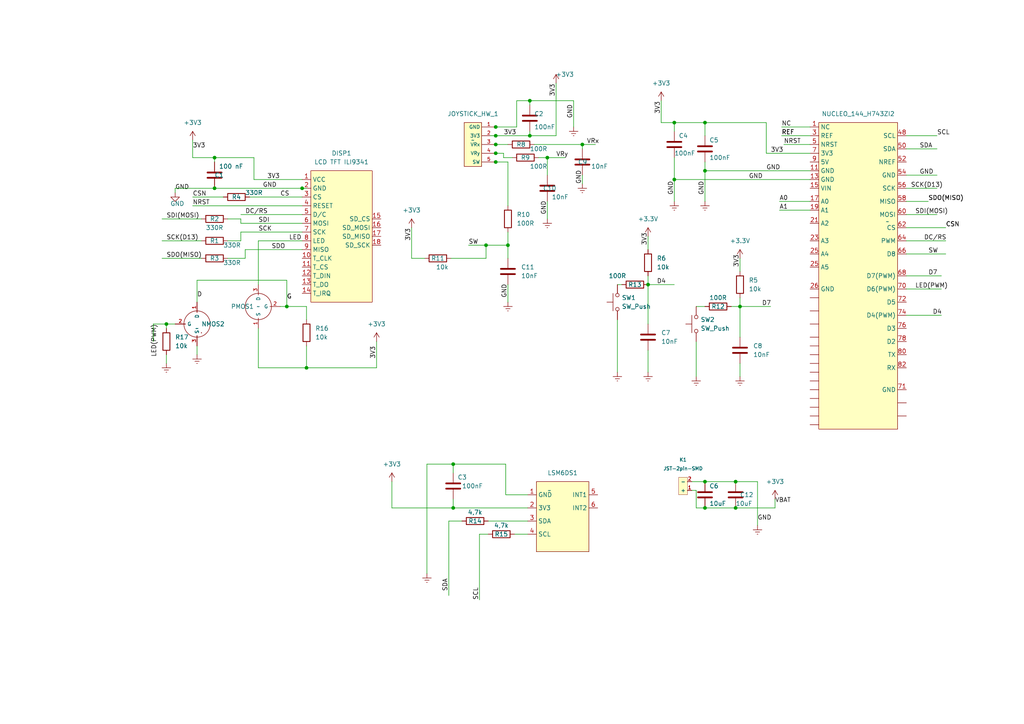
<source format=kicad_sch>
(kicad_sch (version 20230121) (generator eeschema)

  (uuid 0b0be7ad-a3a6-4dc5-99d9-af21078bf390)

  (paper "A4")

  (lib_symbols
    (symbol "BornaLibrary:LCD_TFT_2.4" (in_bom yes) (on_board yes)
      (property "Reference" "DISP" (at 0 -21.59 0)
        (effects (font (size 1.27 1.27)))
      )
      (property "Value" "LCD TFT ILI9341" (at 0 -24.13 0)
        (effects (font (size 1.27 1.27)))
      )
      (property "Footprint" "BornaKiCad:LCD_TFT_2.4" (at 0 19.05 0)
        (effects (font (size 1.27 1.27)) hide)
      )
      (property "Datasheet" "" (at -1.27 5.08 0)
        (effects (font (size 1.27 1.27)) hide)
      )
      (symbol "LCD_TFT_2.4_1_1"
        (rectangle (start -8.89 17.78) (end 8.89 -20.32)
          (stroke (width 0) (type default))
          (fill (type background))
        )
        (pin input line (at -11.43 15.24 0) (length 2.54)
          (name "VCC" (effects (font (size 1.27 1.27))))
          (number "1" (effects (font (size 1.27 1.27))))
        )
        (pin input line (at -11.43 -7.62 0) (length 2.54)
          (name "T_CLK" (effects (font (size 1.27 1.27))))
          (number "10" (effects (font (size 1.27 1.27))))
        )
        (pin input line (at -11.43 -10.16 0) (length 2.54)
          (name "T_CS" (effects (font (size 1.27 1.27))))
          (number "11" (effects (font (size 1.27 1.27))))
        )
        (pin input line (at -11.43 -12.7 0) (length 2.54)
          (name "T_DIN" (effects (font (size 1.27 1.27))))
          (number "12" (effects (font (size 1.27 1.27))))
        )
        (pin input line (at -11.43 -15.24 0) (length 2.54)
          (name "T_DO" (effects (font (size 1.27 1.27))))
          (number "13" (effects (font (size 1.27 1.27))))
        )
        (pin input line (at -11.43 -17.78 0) (length 2.54)
          (name "T_IRQ" (effects (font (size 1.27 1.27))))
          (number "14" (effects (font (size 1.27 1.27))))
        )
        (pin input line (at 11.43 3.81 180) (length 2.54)
          (name "SD_CS" (effects (font (size 1.27 1.27))))
          (number "15" (effects (font (size 1.27 1.27))))
        )
        (pin input line (at 11.43 1.27 180) (length 2.54)
          (name "SD_MOSI" (effects (font (size 1.27 1.27))))
          (number "16" (effects (font (size 1.27 1.27))))
        )
        (pin input line (at 11.43 -1.27 180) (length 2.54)
          (name "SD_MISO" (effects (font (size 1.27 1.27))))
          (number "17" (effects (font (size 1.27 1.27))))
        )
        (pin input line (at 11.43 -3.81 180) (length 2.54)
          (name "SD_SCK" (effects (font (size 1.27 1.27))))
          (number "18" (effects (font (size 1.27 1.27))))
        )
        (pin input line (at -11.43 12.7 0) (length 2.54)
          (name "GND" (effects (font (size 1.27 1.27))))
          (number "2" (effects (font (size 1.27 1.27))))
        )
        (pin input line (at -11.43 10.16 0) (length 2.54)
          (name "CS" (effects (font (size 1.27 1.27))))
          (number "3" (effects (font (size 1.27 1.27))))
        )
        (pin input line (at -11.43 7.62 0) (length 2.54)
          (name "RESET" (effects (font (size 1.27 1.27))))
          (number "4" (effects (font (size 1.27 1.27))))
        )
        (pin input line (at -11.43 5.08 0) (length 2.54)
          (name "D/C" (effects (font (size 1.27 1.27))))
          (number "5" (effects (font (size 1.27 1.27))))
        )
        (pin input line (at -11.43 2.54 0) (length 2.54)
          (name "MOSI" (effects (font (size 1.27 1.27))))
          (number "6" (effects (font (size 1.27 1.27))))
        )
        (pin input line (at -11.43 0 0) (length 2.54)
          (name "SCK" (effects (font (size 1.27 1.27))))
          (number "7" (effects (font (size 1.27 1.27))))
        )
        (pin input line (at -11.43 -2.54 0) (length 2.54)
          (name "LED" (effects (font (size 1.27 1.27))))
          (number "8" (effects (font (size 1.27 1.27))))
        )
        (pin input line (at -11.43 -5.08 0) (length 2.54)
          (name "MISO" (effects (font (size 1.27 1.27))))
          (number "9" (effects (font (size 1.27 1.27))))
        )
      )
    )
    (symbol "Device:C" (pin_numbers hide) (pin_names (offset 0.254)) (in_bom yes) (on_board yes)
      (property "Reference" "C" (at 0.635 2.54 0)
        (effects (font (size 1.27 1.27)) (justify left))
      )
      (property "Value" "C" (at 0.635 -2.54 0)
        (effects (font (size 1.27 1.27)) (justify left))
      )
      (property "Footprint" "" (at 0.9652 -3.81 0)
        (effects (font (size 1.27 1.27)) hide)
      )
      (property "Datasheet" "~" (at 0 0 0)
        (effects (font (size 1.27 1.27)) hide)
      )
      (property "ki_keywords" "cap capacitor" (at 0 0 0)
        (effects (font (size 1.27 1.27)) hide)
      )
      (property "ki_description" "Unpolarized capacitor" (at 0 0 0)
        (effects (font (size 1.27 1.27)) hide)
      )
      (property "ki_fp_filters" "C_*" (at 0 0 0)
        (effects (font (size 1.27 1.27)) hide)
      )
      (symbol "C_0_1"
        (polyline
          (pts
            (xy -2.032 -0.762)
            (xy 2.032 -0.762)
          )
          (stroke (width 0.508) (type default))
          (fill (type none))
        )
        (polyline
          (pts
            (xy -2.032 0.762)
            (xy 2.032 0.762)
          )
          (stroke (width 0.508) (type default))
          (fill (type none))
        )
      )
      (symbol "C_1_1"
        (pin passive line (at 0 3.81 270) (length 2.794)
          (name "~" (effects (font (size 1.27 1.27))))
          (number "1" (effects (font (size 1.27 1.27))))
        )
        (pin passive line (at 0 -3.81 90) (length 2.794)
          (name "~" (effects (font (size 1.27 1.27))))
          (number "2" (effects (font (size 1.27 1.27))))
        )
      )
    )
    (symbol "Device:R" (pin_numbers hide) (pin_names (offset 0)) (in_bom yes) (on_board yes)
      (property "Reference" "R" (at 2.032 0 90)
        (effects (font (size 1.27 1.27)))
      )
      (property "Value" "R" (at 0 0 90)
        (effects (font (size 1.27 1.27)))
      )
      (property "Footprint" "" (at -1.778 0 90)
        (effects (font (size 1.27 1.27)) hide)
      )
      (property "Datasheet" "~" (at 0 0 0)
        (effects (font (size 1.27 1.27)) hide)
      )
      (property "ki_keywords" "R res resistor" (at 0 0 0)
        (effects (font (size 1.27 1.27)) hide)
      )
      (property "ki_description" "Resistor" (at 0 0 0)
        (effects (font (size 1.27 1.27)) hide)
      )
      (property "ki_fp_filters" "R_*" (at 0 0 0)
        (effects (font (size 1.27 1.27)) hide)
      )
      (symbol "R_0_1"
        (rectangle (start -1.016 -2.54) (end 1.016 2.54)
          (stroke (width 0.254) (type default))
          (fill (type none))
        )
      )
      (symbol "R_1_1"
        (pin passive line (at 0 3.81 270) (length 1.27)
          (name "~" (effects (font (size 1.27 1.27))))
          (number "1" (effects (font (size 1.27 1.27))))
        )
        (pin passive line (at 0 -3.81 90) (length 1.27)
          (name "~" (effects (font (size 1.27 1.27))))
          (number "2" (effects (font (size 1.27 1.27))))
        )
      )
    )
    (symbol "LSM6DS3_symbol:LSM6DS3" (in_bom yes) (on_board yes)
      (property "Reference" "LSM6DS3" (at -2.54 10.16 0)
        (effects (font (size 1.27 1.27)))
      )
      (property "Value" "" (at -3.81 6.35 0)
        (effects (font (size 1.27 1.27)))
      )
      (property "Footprint" "LSMDS3_akceleometar_žiroskop:LSM6DS3" (at -3.81 6.35 0)
        (effects (font (size 1.27 1.27)) hide)
      )
      (property "Datasheet" "" (at -3.81 6.35 0)
        (effects (font (size 1.27 1.27)) hide)
      )
      (symbol "LSM6DS3_1_1"
        (rectangle (start -7.62 8.89) (end 7.62 -11.43)
          (stroke (width 0) (type default))
          (fill (type background))
        )
        (pin input line (at -10.16 5.08 0) (length 2.54)
          (name "GND" (effects (font (size 1.27 1.27))))
          (number "1" (effects (font (size 1.27 1.27))))
        )
        (pin input line (at -10.16 1.27 0) (length 2.54)
          (name "3V3" (effects (font (size 1.27 1.27))))
          (number "2" (effects (font (size 1.27 1.27))))
        )
        (pin input line (at -10.16 -2.54 0) (length 2.54)
          (name "SDA" (effects (font (size 1.27 1.27))))
          (number "3" (effects (font (size 1.27 1.27))))
        )
        (pin input line (at -10.16 -6.35 0) (length 2.54)
          (name "SCL" (effects (font (size 1.27 1.27))))
          (number "4" (effects (font (size 1.27 1.27))))
        )
        (pin input line (at 10.16 5.08 180) (length 2.54)
          (name "INT1" (effects (font (size 1.27 1.27))))
          (number "5" (effects (font (size 1.27 1.27))))
        )
        (pin input line (at 10.16 1.27 180) (length 2.54)
          (name "INT2" (effects (font (size 1.27 1.27))))
          (number "6" (effects (font (size 1.27 1.27))))
        )
      )
    )
    (symbol "NMOS_symbol:NMOS" (in_bom yes) (on_board yes)
      (property "Reference" "NMOS" (at 5.08 1.27 0)
        (effects (font (size 1.27 1.27)))
      )
      (property "Value" "" (at 0 0 0)
        (effects (font (size 1.27 1.27)))
      )
      (property "Footprint" "Package_TO_SOT_SMD:SOT-23-3" (at 0 -2.54 0)
        (effects (font (size 1.27 1.27)) hide)
      )
      (property "Datasheet" "" (at 0 0 0)
        (effects (font (size 1.27 1.27)) hide)
      )
      (symbol "NMOS_0_1"
        (circle (center 0 1.27) (radius 3.81)
          (stroke (width 0) (type default))
          (fill (type none))
        )
        (circle (center 1.27 -1.27) (radius 0.0001)
          (stroke (width 0) (type default))
          (fill (type none))
        )
      )
      (symbol "NMOS_1_1"
        (pin input line (at 0 7.62 270) (length 3)
          (name "D" (effects (font (size 1 1))))
          (number "1" (effects (font (size 1 1))))
        )
        (pin input line (at -6.35 1.27 0) (length 3)
          (name "G" (effects (font (size 1 1))))
          (number "2" (effects (font (size 1 1))))
        )
        (pin input line (at 0 -5.08 90) (length 3)
          (name "S" (effects (font (size 1 1))))
          (number "3" (effects (font (size 1 1))))
        )
      )
    )
    (symbol "NUCLEO_SYMBOL:NUCLEO_144" (in_bom yes) (on_board yes)
      (property "Reference" "NUCLEO_144_H743ZI2" (at -0.254 40.894 0)
        (effects (font (size 1.27 1.27)))
      )
      (property "Value" "" (at 8.509 10.668 0)
        (effects (font (size 1.27 1.27)))
      )
      (property "Footprint" "NUCLEO_PCB:NUCLEO_PCB" (at -1.905 4.572 90)
        (effects (font (size 1.27 1.27)) hide)
      )
      (property "Datasheet" "" (at 8.509 10.668 0)
        (effects (font (size 1.27 1.27)) hide)
      )
      (symbol "NUCLEO_144_1_1"
        (rectangle (start -11.43 39.37) (end 11.43 -49.53)
          (stroke (width 0) (type default))
          (fill (type background))
        )
        (pin bidirectional line (at -13.97 -48.26 0) (length 2.54)
          (name "" (effects (font (size 1.27 1.27))))
          (number "" (effects (font (size 1.27 1.27))))
        )
        (pin bidirectional line (at -13.97 -45.72 0) (length 2.54)
          (name "" (effects (font (size 1.27 1.27))))
          (number "" (effects (font (size 1.27 1.27))))
        )
        (pin bidirectional line (at -13.97 -43.18 0) (length 2.54)
          (name "" (effects (font (size 1.27 1.27))))
          (number "" (effects (font (size 1.27 1.27))))
        )
        (pin bidirectional line (at -13.97 -40.64 0) (length 2.54)
          (name "" (effects (font (size 1.27 1.27))))
          (number "" (effects (font (size 1.27 1.27))))
        )
        (pin bidirectional line (at -13.97 -38.1 0) (length 2.54)
          (name "" (effects (font (size 1.27 1.27))))
          (number "" (effects (font (size 1.27 1.27))))
        )
        (pin bidirectional line (at -13.97 -35.56 0) (length 2.54)
          (name "" (effects (font (size 1.27 1.27))))
          (number "" (effects (font (size 1.27 1.27))))
        )
        (pin bidirectional line (at -13.97 -33.02 0) (length 2.54)
          (name "" (effects (font (size 1.27 1.27))))
          (number "" (effects (font (size 1.27 1.27))))
        )
        (pin bidirectional line (at -13.97 -30.48 0) (length 2.54)
          (name "" (effects (font (size 1.27 1.27))))
          (number "" (effects (font (size 1.27 1.27))))
        )
        (pin bidirectional line (at -13.97 -27.94 0) (length 2.54)
          (name "" (effects (font (size 1.27 1.27))))
          (number "" (effects (font (size 1.27 1.27))))
        )
        (pin bidirectional line (at -13.97 -25.4 0) (length 2.54)
          (name "" (effects (font (size 1.27 1.27))))
          (number "" (effects (font (size 1.27 1.27))))
        )
        (pin bidirectional line (at -13.97 -22.86 0) (length 2.54)
          (name "" (effects (font (size 1.27 1.27))))
          (number "" (effects (font (size 1.27 1.27))))
        )
        (pin bidirectional line (at -13.97 -19.05 0) (length 2.54)
          (name "" (effects (font (size 1.27 1.27))))
          (number "" (effects (font (size 1.27 1.27))))
        )
        (pin bidirectional line (at -13.97 -15.24 0) (length 2.54)
          (name "" (effects (font (size 1.27 1.27))))
          (number "" (effects (font (size 1.27 1.27))))
        )
        (pin bidirectional line (at -13.97 -11.43 0) (length 2.54)
          (name "" (effects (font (size 1.27 1.27))))
          (number "" (effects (font (size 1.27 1.27))))
        )
        (pin bidirectional line (at 13.97 -45.72 180) (length 2.54)
          (name "" (effects (font (size 1.27 1.27))))
          (number "" (effects (font (size 1.27 1.27))))
        )
        (pin bidirectional line (at 13.97 -41.91 180) (length 2.54)
          (name "" (effects (font (size 1.27 1.27))))
          (number "" (effects (font (size 1.27 1.27))))
        )
        (pin bidirectional line (at -13.97 38.1 0) (length 2.54)
          (name "NC" (effects (font (size 1.27 1.27))))
          (number "1" (effects (font (size 1.27 1.27))))
        )
        (pin bidirectional line (at -13.97 25.4 0) (length 2.54)
          (name "GND" (effects (font (size 1.27 1.27))))
          (number "11" (effects (font (size 1.27 1.27))))
        )
        (pin bidirectional line (at -13.97 22.86 0) (length 2.54)
          (name "GND" (effects (font (size 1.27 1.27))))
          (number "13" (effects (font (size 1.27 1.27))))
        )
        (pin bidirectional line (at -13.97 20.32 0) (length 2.54)
          (name "VIN" (effects (font (size 1.27 1.27))))
          (number "15" (effects (font (size 1.27 1.27))))
        )
        (pin bidirectional line (at -13.97 16.51 0) (length 2.54)
          (name "A0" (effects (font (size 1.27 1.27))))
          (number "17" (effects (font (size 1.27 1.27))))
        )
        (pin bidirectional line (at -13.97 13.97 0) (length 2.54)
          (name "A1" (effects (font (size 1.27 1.27))))
          (number "19" (effects (font (size 1.27 1.27))))
        )
        (pin bidirectional line (at -13.97 10.16 0) (length 2.54)
          (name "A2" (effects (font (size 1.27 1.27))))
          (number "21" (effects (font (size 1.27 1.27))))
        )
        (pin bidirectional line (at -13.97 5.08 0) (length 2.54)
          (name "A3" (effects (font (size 1.27 1.27))))
          (number "23" (effects (font (size 1.27 1.27))))
        )
        (pin bidirectional line (at -13.97 1.27 0) (length 2.54)
          (name "A4" (effects (font (size 1.27 1.27))))
          (number "25" (effects (font (size 1.27 1.27))))
        )
        (pin bidirectional line (at -13.97 -2.54 0) (length 2.54)
          (name "A5" (effects (font (size 1.27 1.27))))
          (number "25" (effects (font (size 1.27 1.27))))
        )
        (pin bidirectional line (at -13.97 -8.89 0) (length 2.54)
          (name "GND" (effects (font (size 1.27 1.27))))
          (number "26" (effects (font (size 1.27 1.27))))
        )
        (pin bidirectional line (at -13.97 35.56 0) (length 2.54)
          (name "REF" (effects (font (size 1.27 1.27))))
          (number "3" (effects (font (size 1.27 1.27))))
        )
        (pin bidirectional line (at 13.97 35.56 180) (length 2.54)
          (name "SCL" (effects (font (size 1.27 1.27))))
          (number "48" (effects (font (size 1.27 1.27))))
        )
        (pin bidirectional line (at -13.97 33.02 0) (length 2.54)
          (name "NRST" (effects (font (size 1.27 1.27))))
          (number "5" (effects (font (size 1.27 1.27))))
        )
        (pin bidirectional line (at 13.97 31.75 180) (length 2.54)
          (name "SDA" (effects (font (size 1.27 1.27))))
          (number "50" (effects (font (size 1.27 1.27))))
        )
        (pin bidirectional line (at 13.97 27.94 180) (length 2.54)
          (name "NREF" (effects (font (size 1.27 1.27))))
          (number "52" (effects (font (size 1.27 1.27))))
        )
        (pin bidirectional line (at 13.97 24.13 180) (length 2.54)
          (name "GND" (effects (font (size 1.27 1.27))))
          (number "54" (effects (font (size 1.27 1.27))))
        )
        (pin bidirectional line (at 13.97 20.32 180) (length 2.54)
          (name "SCK" (effects (font (size 1.27 1.27))))
          (number "56" (effects (font (size 1.27 1.27))))
        )
        (pin bidirectional line (at 13.97 16.51 180) (length 2.54)
          (name "MISO" (effects (font (size 1.27 1.27))))
          (number "58" (effects (font (size 1.27 1.27))))
        )
        (pin bidirectional line (at 13.97 12.7 180) (length 2.54)
          (name "MOSI" (effects (font (size 1.27 1.27))))
          (number "60" (effects (font (size 1.27 1.27))))
        )
        (pin bidirectional line (at 13.97 8.89 180) (length 2.54)
          (name "CS" (effects (font (size 1.27 1.27))))
          (number "62" (effects (font (size 1.27 1.27))))
        )
        (pin bidirectional line (at 13.97 5.08 180) (length 2.54)
          (name "PWM" (effects (font (size 1.27 1.27))))
          (number "64" (effects (font (size 1.27 1.27))))
        )
        (pin bidirectional line (at 13.97 1.27 180) (length 2.54)
          (name "D8" (effects (font (size 1.27 1.27))))
          (number "66" (effects (font (size 1.27 1.27))))
        )
        (pin bidirectional line (at 13.97 -5.08 180) (length 2.54)
          (name "D7(PWM)" (effects (font (size 1.27 1.27))))
          (number "68" (effects (font (size 1.27 1.27))))
        )
        (pin bidirectional line (at -13.97 30.48 0) (length 2.54)
          (name "3V3" (effects (font (size 1.27 1.27))))
          (number "7" (effects (font (size 1.27 1.27))))
        )
        (pin bidirectional line (at 13.97 -8.89 180) (length 2.54)
          (name "D6(PWM)" (effects (font (size 1.27 1.27))))
          (number "70" (effects (font (size 1.27 1.27))))
        )
        (pin bidirectional line (at 13.97 -38.1 180) (length 2.54)
          (name "GND" (effects (font (size 1.27 1.27))))
          (number "71" (effects (font (size 1.27 1.27))))
        )
        (pin bidirectional line (at 13.97 -12.7 180) (length 2.54)
          (name "D5" (effects (font (size 1.27 1.27))))
          (number "72" (effects (font (size 1.27 1.27))))
        )
        (pin bidirectional line (at 13.97 -16.51 180) (length 2.54)
          (name "D4(PWM)" (effects (font (size 1.27 1.27))))
          (number "74" (effects (font (size 1.27 1.27))))
        )
        (pin bidirectional line (at 13.97 -20.32 180) (length 2.54)
          (name "D3" (effects (font (size 1.27 1.27))))
          (number "76" (effects (font (size 1.27 1.27))))
        )
        (pin bidirectional line (at 13.97 -24.13 180) (length 2.54)
          (name "D2" (effects (font (size 1.27 1.27))))
          (number "78" (effects (font (size 1.27 1.27))))
        )
        (pin bidirectional line (at 13.97 -27.94 180) (length 2.54)
          (name "TX" (effects (font (size 1.27 1.27))))
          (number "80" (effects (font (size 1.27 1.27))))
        )
        (pin bidirectional line (at 13.97 -31.75 180) (length 2.54)
          (name "RX" (effects (font (size 1.27 1.27))))
          (number "82" (effects (font (size 1.27 1.27))))
        )
        (pin bidirectional line (at -13.97 27.94 0) (length 2.54)
          (name "5V" (effects (font (size 1.27 1.27))))
          (number "9" (effects (font (size 1.27 1.27))))
        )
      )
    )
    (symbol "PMOS_symbol:PMOS" (in_bom yes) (on_board yes)
      (property "Reference" "PMOS" (at 7.62 -1.27 0)
        (effects (font (size 1.27 1.27)))
      )
      (property "Value" "" (at 0 0 0)
        (effects (font (size 1.27 1.27)))
      )
      (property "Footprint" "Package_TO_SOT_SMD:SOT-23-3" (at 1.27 1.27 0)
        (effects (font (size 1.27 1.27)) hide)
      )
      (property "Datasheet" "" (at 0 0 0)
        (effects (font (size 1.27 1.27)) hide)
      )
      (symbol "PMOS_0_1"
        (circle (center 0 0) (radius 3.81)
          (stroke (width 0) (type default))
          (fill (type none))
        )
      )
      (symbol "PMOS_1_1"
        (pin input line (at 0 6.35 270) (length 3)
          (name "S" (effects (font (size 1 1))))
          (number "1" (effects (font (size 1 1))))
        )
        (pin input line (at -6.35 0 0) (length 3)
          (name "G" (effects (font (size 1 1))))
          (number "2" (effects (font (size 1 1))))
        )
        (pin input line (at 0 -6.35 90) (length 3)
          (name "D" (effects (font (size 1 1))))
          (number "3" (effects (font (size 1 1))))
        )
      )
    )
    (symbol "Switch:SW_Push" (pin_numbers hide) (pin_names (offset 1.016) hide) (in_bom yes) (on_board yes)
      (property "Reference" "SW" (at 1.27 2.54 0)
        (effects (font (size 1.27 1.27)) (justify left))
      )
      (property "Value" "SW_Push" (at 0 -1.524 0)
        (effects (font (size 1.27 1.27)))
      )
      (property "Footprint" "" (at 0 5.08 0)
        (effects (font (size 1.27 1.27)) hide)
      )
      (property "Datasheet" "~" (at 0 5.08 0)
        (effects (font (size 1.27 1.27)) hide)
      )
      (property "ki_keywords" "switch normally-open pushbutton push-button" (at 0 0 0)
        (effects (font (size 1.27 1.27)) hide)
      )
      (property "ki_description" "Push button switch, generic, two pins" (at 0 0 0)
        (effects (font (size 1.27 1.27)) hide)
      )
      (symbol "SW_Push_0_1"
        (circle (center -2.032 0) (radius 0.508)
          (stroke (width 0) (type default))
          (fill (type none))
        )
        (polyline
          (pts
            (xy 0 1.27)
            (xy 0 3.048)
          )
          (stroke (width 0) (type default))
          (fill (type none))
        )
        (polyline
          (pts
            (xy 2.54 1.27)
            (xy -2.54 1.27)
          )
          (stroke (width 0) (type default))
          (fill (type none))
        )
        (circle (center 2.032 0) (radius 0.508)
          (stroke (width 0) (type default))
          (fill (type none))
        )
        (pin passive line (at -5.08 0 0) (length 2.54)
          (name "1" (effects (font (size 1.27 1.27))))
          (number "1" (effects (font (size 1.27 1.27))))
        )
        (pin passive line (at 5.08 0 180) (length 2.54)
          (name "2" (effects (font (size 1.27 1.27))))
          (number "2" (effects (font (size 1.27 1.27))))
        )
      )
    )
    (symbol "joystick_symbol1:JOYSTICK-HW-504" (in_bom yes) (on_board yes)
      (property "Reference" "JOYSTICK_HW_504" (at 0 6.35 0)
        (effects (font (size 1.27 1.27)))
      )
      (property "Value" "" (at 0 0 0)
        (effects (font (size 1.27 1.27)))
      )
      (property "Footprint" "JOYSTICK:JOYSTICK" (at 0 0 0)
        (effects (font (size 1.27 1.27)) hide)
      )
      (property "Datasheet" "" (at 0 0 0)
        (effects (font (size 1.27 1.27)) hide)
      )
      (symbol "JOYSTICK-HW-504_1_1"
        (rectangle (start -2.54 5.08) (end 2.54 -7.62)
          (stroke (width 0) (type default))
          (fill (type background))
        )
        (pin bidirectional line (at 6.62 3.81 180) (length 4)
          (name "GND" (effects (font (size 1 1))))
          (number "1" (effects (font (size 1 1))))
        )
        (pin bidirectional line (at 6.62 1.27 180) (length 4)
          (name "3V3" (effects (font (size 1 1))))
          (number "2" (effects (font (size 1 1))))
        )
        (pin bidirectional line (at 6.62 -1.27 180) (length 4)
          (name "VRx" (effects (font (size 1 1))))
          (number "3" (effects (font (size 1 1))))
        )
        (pin bidirectional line (at 6.62 -3.81 180) (length 4)
          (name "VRy" (effects (font (size 1 1))))
          (number "4" (effects (font (size 1 1))))
        )
        (pin bidirectional line (at 6.62 -6.35 180) (length 4)
          (name "SW" (effects (font (size 1 1))))
          (number "5" (effects (font (size 1 1))))
        )
      )
    )
    (symbol "jst-2pin-smd:JST-2pin-SMD" (in_bom yes) (on_board yes)
      (property "Reference" "K7" (at -1.27 -2.54 0)
        (effects (font (size 1 1)))
      )
      (property "Value" "JST-2pin-SMD" (at -3.81 1.27 90)
        (effects (font (size 1 1)))
      )
      (property "Footprint" "e-radionica.com footprinti:JST-2pin-SMD" (at 0 0 0)
        (effects (font (size 1 1)) hide)
      )
      (property "Datasheet" "" (at 0 0 0)
        (effects (font (size 1 1)) hide)
      )
      (symbol "JST-2pin-SMD_1_1"
        (rectangle (start -2.54 3.81) (end 0 -1.27)
          (stroke (width 0.001) (type default))
          (fill (type background))
        )
        (pin passive line (at 1.27 0 180) (length 1.27)
          (name "+" (effects (font (size 1 1))))
          (number "1" (effects (font (size 1 1))))
        )
        (pin passive line (at 1.27 2.54 180) (length 1.27)
          (name "-" (effects (font (size 1 1))))
          (number "2" (effects (font (size 1 1))))
        )
      )
    )
    (symbol "power:+3.3V" (power) (pin_names (offset 0)) (in_bom yes) (on_board yes)
      (property "Reference" "#PWR" (at 0 -3.81 0)
        (effects (font (size 1.27 1.27)) hide)
      )
      (property "Value" "+3.3V" (at 0 3.556 0)
        (effects (font (size 1.27 1.27)))
      )
      (property "Footprint" "" (at 0 0 0)
        (effects (font (size 1.27 1.27)) hide)
      )
      (property "Datasheet" "" (at 0 0 0)
        (effects (font (size 1.27 1.27)) hide)
      )
      (property "ki_keywords" "global power" (at 0 0 0)
        (effects (font (size 1.27 1.27)) hide)
      )
      (property "ki_description" "Power symbol creates a global label with name \"+3.3V\"" (at 0 0 0)
        (effects (font (size 1.27 1.27)) hide)
      )
      (symbol "+3.3V_0_1"
        (polyline
          (pts
            (xy -0.762 1.27)
            (xy 0 2.54)
          )
          (stroke (width 0) (type default))
          (fill (type none))
        )
        (polyline
          (pts
            (xy 0 0)
            (xy 0 2.54)
          )
          (stroke (width 0) (type default))
          (fill (type none))
        )
        (polyline
          (pts
            (xy 0 2.54)
            (xy 0.762 1.27)
          )
          (stroke (width 0) (type default))
          (fill (type none))
        )
      )
      (symbol "+3.3V_1_1"
        (pin power_in line (at 0 0 90) (length 0) hide
          (name "+3.3V" (effects (font (size 1.27 1.27))))
          (number "1" (effects (font (size 1.27 1.27))))
        )
      )
    )
    (symbol "power:+3V3" (power) (pin_names (offset 0)) (in_bom yes) (on_board yes)
      (property "Reference" "#PWR" (at 0 -3.81 0)
        (effects (font (size 1.27 1.27)) hide)
      )
      (property "Value" "+3V3" (at 0 3.556 0)
        (effects (font (size 1.27 1.27)))
      )
      (property "Footprint" "" (at 0 0 0)
        (effects (font (size 1.27 1.27)) hide)
      )
      (property "Datasheet" "" (at 0 0 0)
        (effects (font (size 1.27 1.27)) hide)
      )
      (property "ki_keywords" "global power" (at 0 0 0)
        (effects (font (size 1.27 1.27)) hide)
      )
      (property "ki_description" "Power symbol creates a global label with name \"+3V3\"" (at 0 0 0)
        (effects (font (size 1.27 1.27)) hide)
      )
      (symbol "+3V3_0_1"
        (polyline
          (pts
            (xy -0.762 1.27)
            (xy 0 2.54)
          )
          (stroke (width 0) (type default))
          (fill (type none))
        )
        (polyline
          (pts
            (xy 0 0)
            (xy 0 2.54)
          )
          (stroke (width 0) (type default))
          (fill (type none))
        )
        (polyline
          (pts
            (xy 0 2.54)
            (xy 0.762 1.27)
          )
          (stroke (width 0) (type default))
          (fill (type none))
        )
      )
      (symbol "+3V3_1_1"
        (pin power_in line (at 0 0 90) (length 0) hide
          (name "+3V3" (effects (font (size 1.27 1.27))))
          (number "1" (effects (font (size 1.27 1.27))))
        )
      )
    )
    (symbol "power:Earth" (power) (pin_names (offset 0)) (in_bom yes) (on_board yes)
      (property "Reference" "#PWR" (at 0 -6.35 0)
        (effects (font (size 1.27 1.27)) hide)
      )
      (property "Value" "Earth" (at 0 -3.81 0)
        (effects (font (size 1.27 1.27)) hide)
      )
      (property "Footprint" "" (at 0 0 0)
        (effects (font (size 1.27 1.27)) hide)
      )
      (property "Datasheet" "~" (at 0 0 0)
        (effects (font (size 1.27 1.27)) hide)
      )
      (property "ki_keywords" "global ground gnd" (at 0 0 0)
        (effects (font (size 1.27 1.27)) hide)
      )
      (property "ki_description" "Power symbol creates a global label with name \"Earth\"" (at 0 0 0)
        (effects (font (size 1.27 1.27)) hide)
      )
      (symbol "Earth_0_1"
        (polyline
          (pts
            (xy -0.635 -1.905)
            (xy 0.635 -1.905)
          )
          (stroke (width 0) (type default))
          (fill (type none))
        )
        (polyline
          (pts
            (xy -0.127 -2.54)
            (xy 0.127 -2.54)
          )
          (stroke (width 0) (type default))
          (fill (type none))
        )
        (polyline
          (pts
            (xy 0 -1.27)
            (xy 0 0)
          )
          (stroke (width 0) (type default))
          (fill (type none))
        )
        (polyline
          (pts
            (xy 1.27 -1.27)
            (xy -1.27 -1.27)
          )
          (stroke (width 0) (type default))
          (fill (type none))
        )
      )
      (symbol "Earth_1_1"
        (pin power_in line (at 0 0 270) (length 0) hide
          (name "Earth" (effects (font (size 1.27 1.27))))
          (number "1" (effects (font (size 1.27 1.27))))
        )
      )
    )
    (symbol "power:GND" (power) (pin_names (offset 0)) (in_bom yes) (on_board yes)
      (property "Reference" "#PWR" (at 0 -6.35 0)
        (effects (font (size 1.27 1.27)) hide)
      )
      (property "Value" "GND" (at 0 -3.81 0)
        (effects (font (size 1.27 1.27)))
      )
      (property "Footprint" "" (at 0 0 0)
        (effects (font (size 1.27 1.27)) hide)
      )
      (property "Datasheet" "" (at 0 0 0)
        (effects (font (size 1.27 1.27)) hide)
      )
      (property "ki_keywords" "global power" (at 0 0 0)
        (effects (font (size 1.27 1.27)) hide)
      )
      (property "ki_description" "Power symbol creates a global label with name \"GND\" , ground" (at 0 0 0)
        (effects (font (size 1.27 1.27)) hide)
      )
      (symbol "GND_0_1"
        (polyline
          (pts
            (xy 0 0)
            (xy 0 -1.27)
            (xy 1.27 -1.27)
            (xy 0 -2.54)
            (xy -1.27 -1.27)
            (xy 0 -1.27)
          )
          (stroke (width 0) (type default))
          (fill (type none))
        )
      )
      (symbol "GND_1_1"
        (pin power_in line (at 0 0 270) (length 0) hide
          (name "GND" (effects (font (size 1.27 1.27))))
          (number "1" (effects (font (size 1.27 1.27))))
        )
      )
    )
  )

  (junction (at 187.96 82.55) (diameter 0) (color 0 0 0 0)
    (uuid 03aa5646-31da-4dca-ba6b-e679be8dd71c)
  )
  (junction (at 204.47 139.7) (diameter 0) (color 0 0 0 0)
    (uuid 1401e95d-1c61-4147-a501-d1da107a15de)
  )
  (junction (at 213.36 139.7) (diameter 0) (color 0 0 0 0)
    (uuid 1e7d7904-6fb0-4f6c-bb11-c75e22d5bbc2)
  )
  (junction (at 204.47 49.53) (diameter 0) (color 0 0 0 0)
    (uuid 218ffd12-082d-42f3-bdbd-70982edcbb82)
  )
  (junction (at 147.32 71.12) (diameter 0) (color 0 0 0 0)
    (uuid 3882a78a-d682-45d9-8ac1-55caac5ff4d7)
  )
  (junction (at 153.67 29.21) (diameter 0) (color 0 0 0 0)
    (uuid 3a311fa8-0315-4161-b020-4b979520a059)
  )
  (junction (at 204.47 35.56) (diameter 0) (color 0 0 0 0)
    (uuid 3f7cd320-762e-4c65-b5cf-1b89b290e175)
  )
  (junction (at 168.91 41.91) (diameter 0) (color 0 0 0 0)
    (uuid 4197dd7a-b206-4244-9558-163f43fed0b8)
  )
  (junction (at 48.26 93.98) (diameter 0) (color 0 0 0 0)
    (uuid 42fcc6b6-f222-4a2a-8e24-a2bf95485484)
  )
  (junction (at 62.23 54.61) (diameter 0) (color 0 0 0 0)
    (uuid 477b48f0-0e0a-4f1d-b4ef-fb8a6666dff4)
  )
  (junction (at 143.78 44.45) (diameter 0) (color 0 0 0 0)
    (uuid 58c5f765-39cb-4d92-a697-bebe2bfa7910)
  )
  (junction (at 131.445 134.62) (diameter 0) (color 0 0 0 0)
    (uuid 5e39fba4-0ae3-430e-ad13-163d427aac7f)
  )
  (junction (at 143.78 46.99) (diameter 0) (color 0 0 0 0)
    (uuid 614d8cb9-5a53-491b-bbc4-aa91ac19e98e)
  )
  (junction (at 213.36 147.32) (diameter 0) (color 0 0 0 0)
    (uuid 6746be58-e727-47da-92e7-bda4f34e61fe)
  )
  (junction (at 214.63 88.9) (diameter 0) (color 0 0 0 0)
    (uuid 693de318-1f52-4bbd-a090-fa090b5aa57f)
  )
  (junction (at 140.97 71.12) (diameter 0) (color 0 0 0 0)
    (uuid 6fcb74e8-8eb9-42b8-9146-fe46154940f2)
  )
  (junction (at 204.47 147.32) (diameter 0) (color 0 0 0 0)
    (uuid 805e027d-36d2-4be8-90a3-cb2fa4a7bd4d)
  )
  (junction (at 158.75 45.72) (diameter 0) (color 0 0 0 0)
    (uuid 8a40a2e0-aad1-45b9-a430-81b2ddb32500)
  )
  (junction (at 143.78 39.37) (diameter 0) (color 0 0 0 0)
    (uuid 8b362259-88a7-443f-b74c-8d4f817c2287)
  )
  (junction (at 153.67 39.37) (diameter 0) (color 0 0 0 0)
    (uuid 8e76b457-bfaa-4558-9da3-00ed35a1317f)
  )
  (junction (at 195.58 52.07) (diameter 0) (color 0 0 0 0)
    (uuid a6b19dbe-e759-462e-8d81-3d990c367dd6)
  )
  (junction (at 131.445 147.32) (diameter 0) (color 0 0 0 0)
    (uuid b113e575-2fb4-438c-aca4-528b7ea4c9b4)
  )
  (junction (at 195.58 35.56) (diameter 0) (color 0 0 0 0)
    (uuid b81c4fcf-9549-4d07-97f7-f0bbb57a3ebe)
  )
  (junction (at 143.78 36.83) (diameter 0) (color 0 0 0 0)
    (uuid b9a2d802-384b-4bf7-bc06-2bf916bfa842)
  )
  (junction (at 83.185 88.9) (diameter 0) (color 0 0 0 0)
    (uuid bc68b445-0e55-40a9-961a-90844c2e4612)
  )
  (junction (at 88.9 106.68) (diameter 0) (color 0 0 0 0)
    (uuid cb6e14ef-93c8-4207-a0d1-a2b29ff780dc)
  )
  (junction (at 62.23 45.72) (diameter 0) (color 0 0 0 0)
    (uuid ea193e60-3bcc-4d07-8e87-43645c399487)
  )
  (junction (at 143.78 41.91) (diameter 0) (color 0 0 0 0)
    (uuid efdd28b4-7ede-459c-aaad-33b250c63f53)
  )
  (junction (at 87.63 54.61) (diameter 0) (color 0 0 0 0)
    (uuid fcc174e5-a567-4681-b987-2752148f7f7a)
  )

  (wire (pts (xy 213.36 147.32) (xy 224.79 147.32))
    (stroke (width 0) (type default))
    (uuid 00081521-c94a-44f2-a5ad-8256f193d04c)
  )
  (wire (pts (xy 226.695 36.83) (xy 234.95 36.83))
    (stroke (width 0) (type default))
    (uuid 00438881-a646-44b4-9298-f167c2acd468)
  )
  (wire (pts (xy 130.81 74.93) (xy 140.97 74.93))
    (stroke (width 0) (type default))
    (uuid 006fea03-5b55-446c-b839-2a0302ff7295)
  )
  (wire (pts (xy 74.93 69.85) (xy 74.93 82.55))
    (stroke (width 0) (type default))
    (uuid 03c9ca86-16c5-4cae-8f48-08617000d9d7)
  )
  (wire (pts (xy 153.67 29.21) (xy 153.67 30.48))
    (stroke (width 0) (type default))
    (uuid 040b32c2-f2b3-43af-a213-2cc14d2ce060)
  )
  (wire (pts (xy 143.51 46.99) (xy 143.78 46.99))
    (stroke (width 0) (type default))
    (uuid 05261d5f-8785-4782-82cc-fc45b4144a8b)
  )
  (wire (pts (xy 87.63 69.85) (xy 74.93 69.85))
    (stroke (width 0) (type default))
    (uuid 07954e92-ab01-4b44-a954-c4dbae0d4b69)
  )
  (wire (pts (xy 195.58 35.56) (xy 191.77 35.56))
    (stroke (width 0) (type default))
    (uuid 0bc51cb9-2e0c-471f-9494-d4f2eaf0b4df)
  )
  (wire (pts (xy 71.12 72.39) (xy 71.12 74.93))
    (stroke (width 0) (type default))
    (uuid 10a94854-7ee6-420f-a2ba-2910de7b1ff5)
  )
  (wire (pts (xy 154.94 41.91) (xy 168.91 41.91))
    (stroke (width 0) (type default))
    (uuid 12251cf1-93fd-454c-8339-43e655cdaf90)
  )
  (wire (pts (xy 149.86 29.21) (xy 153.67 29.21))
    (stroke (width 0) (type default))
    (uuid 13e53f1e-10d2-487a-ba2d-e3432c1801fa)
  )
  (wire (pts (xy 187.96 101.6) (xy 187.96 107.95))
    (stroke (width 0) (type default))
    (uuid 17eca27e-23ca-447b-840c-1ae72876bfb4)
  )
  (wire (pts (xy 168.91 50.8) (xy 168.91 53.34))
    (stroke (width 0) (type default))
    (uuid 18eb060c-ded0-4d59-9d22-09309380fe5f)
  )
  (wire (pts (xy 48.26 93.98) (xy 48.26 95.25))
    (stroke (width 0) (type default))
    (uuid 1a813e14-c04f-4d58-98fc-a7e27827edbd)
  )
  (wire (pts (xy 88.9 106.68) (xy 109.22 106.68))
    (stroke (width 0) (type default))
    (uuid 1b05d0af-52a0-45ac-818b-8c196915395b)
  )
  (wire (pts (xy 69.85 64.77) (xy 69.85 63.5))
    (stroke (width 0) (type default))
    (uuid 1cd602eb-2002-4a09-98e6-2d30c1fe5ecf)
  )
  (wire (pts (xy 201.93 99.06) (xy 201.93 109.22))
    (stroke (width 0) (type default))
    (uuid 22978e5b-5536-4e10-9023-9b8c1883b3a1)
  )
  (wire (pts (xy 48.26 93.98) (xy 50.8 93.98))
    (stroke (width 0) (type default))
    (uuid 24ca3694-7687-4252-b8a9-cd313d2e1449)
  )
  (wire (pts (xy 147.32 67.31) (xy 147.32 71.12))
    (stroke (width 0) (type default))
    (uuid 25673a8a-cedb-4d02-b63c-af4d2f081974)
  )
  (wire (pts (xy 46.99 69.85) (xy 58.42 69.85))
    (stroke (width 0) (type default))
    (uuid 25cf0335-fb73-45a3-8215-6022d70cf6e0)
  )
  (wire (pts (xy 214.63 74.93) (xy 214.63 78.74))
    (stroke (width 0) (type default))
    (uuid 268aaacb-ee2e-49af-8053-fabe3baf7c41)
  )
  (wire (pts (xy 226.06 58.42) (xy 234.95 58.42))
    (stroke (width 0) (type default))
    (uuid 29577d15-27e2-4bf8-9b0e-aa046a6478d3)
  )
  (wire (pts (xy 158.75 45.72) (xy 158.75 50.8))
    (stroke (width 0) (type default))
    (uuid 29ed5862-4c39-4b3e-aa0b-4fe9489bbdd9)
  )
  (wire (pts (xy 234.95 49.53) (xy 204.47 49.53))
    (stroke (width 0) (type default))
    (uuid 2b4d662b-7f4a-422f-921f-5493718b52bd)
  )
  (wire (pts (xy 48.26 102.87) (xy 48.26 105.41))
    (stroke (width 0) (type default))
    (uuid 2ba50f50-64af-4bd9-8eff-05bdec3c2179)
  )
  (wire (pts (xy 166.37 29.21) (xy 166.37 36.83))
    (stroke (width 0) (type default))
    (uuid 2c6f699a-f128-4810-bd84-96239227932f)
  )
  (wire (pts (xy 83.185 81.28) (xy 83.185 88.9))
    (stroke (width 0) (type default))
    (uuid 2f45b043-85e7-4706-8567-1e1fe9774053)
  )
  (wire (pts (xy 168.91 41.91) (xy 172.72 41.91))
    (stroke (width 0) (type default))
    (uuid 31fcda4a-90d5-477b-a24e-4fad065c1b77)
  )
  (wire (pts (xy 195.58 52.07) (xy 195.58 58.42))
    (stroke (width 0) (type default))
    (uuid 334140b8-51e0-48c1-99de-4a2df8f7f99b)
  )
  (wire (pts (xy 195.58 45.72) (xy 195.58 52.07))
    (stroke (width 0) (type default))
    (uuid 342e4a38-a143-4de7-b334-5e3a4f43e542)
  )
  (wire (pts (xy 87.63 54.61) (xy 62.23 54.61))
    (stroke (width 0) (type default))
    (uuid 3470030b-cc1e-4ec7-9a70-d8f3a71a468f)
  )
  (wire (pts (xy 55.88 40.64) (xy 55.88 45.72))
    (stroke (width 0) (type default))
    (uuid 35710ea7-05d9-447a-8d53-7540222469c4)
  )
  (wire (pts (xy 131.445 134.62) (xy 123.825 134.62))
    (stroke (width 0) (type default))
    (uuid 36d64595-2d93-48c0-ac78-aae271e93275)
  )
  (wire (pts (xy 214.63 86.36) (xy 214.63 88.9))
    (stroke (width 0) (type default))
    (uuid 3aab9375-ebde-4f3f-93da-38d9c0bfa038)
  )
  (wire (pts (xy 143.51 41.91) (xy 143.78 41.91))
    (stroke (width 0) (type default))
    (uuid 3afb5f86-2f00-4d24-aa3d-cc38709ec3dd)
  )
  (wire (pts (xy 72.39 57.15) (xy 87.63 57.15))
    (stroke (width 0) (type default))
    (uuid 3b1edced-ee6e-45e5-92cf-005ef27d9140)
  )
  (wire (pts (xy 88.9 92.71) (xy 88.9 88.9))
    (stroke (width 0) (type default))
    (uuid 3b8bfe1b-6533-4cf6-815d-96a1065e9594)
  )
  (wire (pts (xy 156.21 45.72) (xy 158.75 45.72))
    (stroke (width 0) (type default))
    (uuid 412bb30b-228c-4749-9e40-b6b379e20c19)
  )
  (wire (pts (xy 224.79 147.32) (xy 224.79 144.78))
    (stroke (width 0) (type default))
    (uuid 4234094d-2938-46da-9b2b-4203fbaf6c10)
  )
  (wire (pts (xy 69.85 62.23) (xy 87.63 62.23))
    (stroke (width 0) (type default))
    (uuid 46814533-c2f8-4a0c-ab4a-b5ef4f606bf5)
  )
  (wire (pts (xy 131.445 144.78) (xy 131.445 147.32))
    (stroke (width 0) (type default))
    (uuid 47fb5b2c-65b1-473e-834b-06abe14725fa)
  )
  (wire (pts (xy 191.77 29.21) (xy 191.77 35.56))
    (stroke (width 0) (type default))
    (uuid 48bf0283-d6b0-48c1-8803-feab1a078c1a)
  )
  (wire (pts (xy 234.95 44.45) (xy 222.25 44.45))
    (stroke (width 0) (type default))
    (uuid 4a9341a3-24a5-4210-93ef-0b13d478d797)
  )
  (wire (pts (xy 87.63 64.77) (xy 69.85 64.77))
    (stroke (width 0) (type default))
    (uuid 4c25cb8a-9dbc-4366-aafe-31592ff9aba1)
  )
  (wire (pts (xy 158.75 58.42) (xy 158.75 63.5))
    (stroke (width 0) (type default))
    (uuid 4c8eb54b-d18c-4b02-9030-718285a199c1)
  )
  (wire (pts (xy 262.89 50.8) (xy 271.78 50.8))
    (stroke (width 0) (type default))
    (uuid 4f314537-ca90-422e-b687-beb6084a4772)
  )
  (wire (pts (xy 143.78 44.45) (xy 146.05 44.45))
    (stroke (width 0) (type default))
    (uuid 506bd6e7-ef5e-4b9e-9024-db9d39544d13)
  )
  (wire (pts (xy 200.66 139.7) (xy 204.47 139.7))
    (stroke (width 0) (type default))
    (uuid 5191c2a0-e4c1-456a-ab27-e07eb65d237d)
  )
  (wire (pts (xy 168.91 41.91) (xy 168.91 43.18))
    (stroke (width 0) (type default))
    (uuid 53385387-b28e-4f40-8da4-465d9754ce13)
  )
  (wire (pts (xy 143.51 44.45) (xy 143.78 44.45))
    (stroke (width 0) (type default))
    (uuid 53f3d312-23f5-492a-83c1-ba6ec7e59032)
  )
  (wire (pts (xy 153.035 147.32) (xy 131.445 147.32))
    (stroke (width 0) (type default))
    (uuid 5657768f-093b-4fe1-b1e6-420e72faa3b3)
  )
  (wire (pts (xy 140.97 71.12) (xy 140.97 74.93))
    (stroke (width 0) (type default))
    (uuid 56f8d148-9f5a-4974-a8e6-6265d0462f54)
  )
  (wire (pts (xy 204.47 35.56) (xy 204.47 39.37))
    (stroke (width 0) (type default))
    (uuid 5910b3f5-76f3-45b7-a091-7a95c7222995)
  )
  (wire (pts (xy 57.15 81.28) (xy 83.185 81.28))
    (stroke (width 0) (type default))
    (uuid 5a0b3383-2c59-451c-9866-d188ce10b9a6)
  )
  (wire (pts (xy 140.97 71.12) (xy 147.32 71.12))
    (stroke (width 0) (type default))
    (uuid 5b30c136-a6a2-4d2a-82ce-4afdd0745545)
  )
  (wire (pts (xy 55.88 57.15) (xy 64.77 57.15))
    (stroke (width 0) (type default))
    (uuid 5b4e5804-5bd5-48c4-a9ef-4a8b7fb5fbf4)
  )
  (wire (pts (xy 113.665 139.7) (xy 113.665 147.32))
    (stroke (width 0) (type default))
    (uuid 5bc02050-873d-4fc6-92fc-e495a709e960)
  )
  (wire (pts (xy 143.78 41.91) (xy 147.32 41.91))
    (stroke (width 0) (type default))
    (uuid 5bfb2a9c-0ec7-4970-9cfd-d281421efbc9)
  )
  (wire (pts (xy 204.47 49.53) (xy 204.47 58.42))
    (stroke (width 0) (type default))
    (uuid 5c5f6bda-3020-4fff-b376-50f0a83cc561)
  )
  (wire (pts (xy 119.38 66.04) (xy 119.38 74.93))
    (stroke (width 0) (type default))
    (uuid 5dbadc84-8518-4251-aaed-80399f461ec7)
  )
  (wire (pts (xy 227.33 41.91) (xy 234.95 41.91))
    (stroke (width 0) (type default))
    (uuid 6107b55e-a325-4362-a841-f56fd94d3066)
  )
  (wire (pts (xy 158.75 45.72) (xy 163.83 45.72))
    (stroke (width 0) (type default))
    (uuid 64a93de3-bef9-4dc8-aa98-62b67c1c3b9a)
  )
  (wire (pts (xy 57.15 81.28) (xy 57.15 87.63))
    (stroke (width 0) (type default))
    (uuid 64e262a0-c101-4eb5-93c5-8c4c8be6b023)
  )
  (wire (pts (xy 48.26 93.98) (xy 44.45 93.98))
    (stroke (width 0) (type default))
    (uuid 68f39790-9995-47d5-9ce8-5e634bc0e2a6)
  )
  (wire (pts (xy 130.175 151.13) (xy 130.175 172.72))
    (stroke (width 0) (type default))
    (uuid 6d1fcf03-f921-4667-97c2-62f843c56cb9)
  )
  (wire (pts (xy 187.96 82.55) (xy 187.96 93.98))
    (stroke (width 0) (type default))
    (uuid 6e2563f4-5519-4e1c-a6ae-8ce556326232)
  )
  (wire (pts (xy 69.85 63.5) (xy 66.04 63.5))
    (stroke (width 0) (type default))
    (uuid 6f1b528a-4801-4b42-9be6-7669c85e85e3)
  )
  (wire (pts (xy 201.93 147.32) (xy 204.47 147.32))
    (stroke (width 0) (type default))
    (uuid 716e528e-9144-449b-9160-8d0f3b683a6d)
  )
  (wire (pts (xy 204.47 147.32) (xy 213.36 147.32))
    (stroke (width 0) (type default))
    (uuid 78fd80be-bd97-4da0-bcec-265ec5cd0274)
  )
  (wire (pts (xy 153.67 38.1) (xy 153.67 39.37))
    (stroke (width 0) (type default))
    (uuid 7afe6286-a123-4de7-8af4-a133c98842df)
  )
  (wire (pts (xy 88.9 88.9) (xy 83.185 88.9))
    (stroke (width 0) (type default))
    (uuid 7b9ce525-4149-474f-9c14-3249a2a3db11)
  )
  (wire (pts (xy 262.89 62.23) (xy 271.78 62.23))
    (stroke (width 0) (type default))
    (uuid 7caa1319-858e-44f6-9e79-395e9a137663)
  )
  (wire (pts (xy 179.07 92.71) (xy 179.07 107.95))
    (stroke (width 0) (type default))
    (uuid 7d34c8bd-2ce6-4350-986c-6fa6bb80381a)
  )
  (wire (pts (xy 46.99 74.93) (xy 58.42 74.93))
    (stroke (width 0) (type default))
    (uuid 7d5c1674-0cd3-435f-8365-17d109267a88)
  )
  (wire (pts (xy 226.695 39.37) (xy 234.95 39.37))
    (stroke (width 0) (type default))
    (uuid 7dc3cfc4-cc2a-41ca-9d3f-875a89730b9d)
  )
  (wire (pts (xy 143.78 36.83) (xy 149.86 36.83))
    (stroke (width 0) (type default))
    (uuid 7e0ad666-d71d-4214-b280-92b6603e4ece)
  )
  (wire (pts (xy 69.85 67.31) (xy 87.63 67.31))
    (stroke (width 0) (type default))
    (uuid 7e2d55c1-0407-4d30-a028-ba38e59333fa)
  )
  (wire (pts (xy 149.225 154.94) (xy 153.035 154.94))
    (stroke (width 0) (type default))
    (uuid 7e50d2e0-9376-4775-816b-c14e0df91553)
  )
  (wire (pts (xy 141.605 151.13) (xy 153.035 151.13))
    (stroke (width 0) (type default))
    (uuid 80e03e52-0dd0-4a46-9ed8-c8b03e6f67cb)
  )
  (wire (pts (xy 87.63 52.07) (xy 73.66 52.07))
    (stroke (width 0) (type default))
    (uuid 83a8c3e2-c6f1-4170-97d6-7b78a1840959)
  )
  (wire (pts (xy 44.45 93.98) (xy 44.45 99.06))
    (stroke (width 0) (type default))
    (uuid 83b647db-8aba-42b5-a836-685c4d052d0e)
  )
  (wire (pts (xy 149.86 29.21) (xy 149.86 36.83))
    (stroke (width 0) (type default))
    (uuid 85148b0b-e451-4e86-8fde-2e89c847178f)
  )
  (wire (pts (xy 262.89 66.04) (xy 274.32 66.04))
    (stroke (width 0) (type default))
    (uuid 85e4cd91-6b0b-46de-a21e-96ecffc3aa97)
  )
  (wire (pts (xy 234.95 52.07) (xy 195.58 52.07))
    (stroke (width 0) (type default))
    (uuid 8617bb00-e2f1-4f5a-bd49-ab1550bfca82)
  )
  (wire (pts (xy 153.67 39.37) (xy 161.29 39.37))
    (stroke (width 0) (type default))
    (uuid 868e620d-b812-406b-9660-a4decfe287ea)
  )
  (wire (pts (xy 214.63 105.41) (xy 214.63 109.22))
    (stroke (width 0) (type default))
    (uuid 9104ca44-2eba-4460-b1f4-bcffe60f9814)
  )
  (wire (pts (xy 153.035 143.51) (xy 146.685 143.51))
    (stroke (width 0) (type default))
    (uuid 926cf730-f15b-40ec-8682-c65443147e79)
  )
  (wire (pts (xy 83.185 88.9) (xy 81.28 88.9))
    (stroke (width 0) (type default))
    (uuid 92fd0582-752d-4f85-a416-57436250dbb1)
  )
  (wire (pts (xy 161.29 24.13) (xy 161.29 39.37))
    (stroke (width 0) (type default))
    (uuid 97aa2b10-f2c8-42d1-a8b4-7aece0cef613)
  )
  (wire (pts (xy 55.88 45.72) (xy 62.23 45.72))
    (stroke (width 0) (type default))
    (uuid 9987d42b-c608-4678-a50e-c2b2a311c3e8)
  )
  (wire (pts (xy 222.25 35.56) (xy 204.47 35.56))
    (stroke (width 0) (type default))
    (uuid 99c2e4fc-4afc-41a6-8408-6e3bcd6e8998)
  )
  (wire (pts (xy 147.32 46.99) (xy 147.32 59.69))
    (stroke (width 0) (type default))
    (uuid 9aceb25c-fb1c-4064-b5fa-7aff6c7d1f6c)
  )
  (wire (pts (xy 262.89 39.37) (xy 271.78 39.37))
    (stroke (width 0) (type default))
    (uuid 9b45ea1e-dacf-4841-a1b4-c9d8141cb6a2)
  )
  (wire (pts (xy 153.67 29.21) (xy 166.37 29.21))
    (stroke (width 0) (type default))
    (uuid a0c530f5-d9c2-4ff4-baa6-d3a3f19cde0e)
  )
  (wire (pts (xy 262.89 58.42) (xy 269.24 58.42))
    (stroke (width 0) (type default))
    (uuid a375ac4a-0398-4d94-95e8-4d3ba490a198)
  )
  (wire (pts (xy 62.23 54.61) (xy 50.8 54.61))
    (stroke (width 0) (type default))
    (uuid a6ed60ec-05b1-4353-9700-2398e9f8c4ed)
  )
  (wire (pts (xy 147.32 82.55) (xy 147.32 87.63))
    (stroke (width 0) (type default))
    (uuid abfaf8ed-d229-447b-9579-f9c2a138b6e9)
  )
  (wire (pts (xy 143.51 36.83) (xy 143.78 36.83))
    (stroke (width 0) (type default))
    (uuid ae3aa4a1-749a-4f4c-803a-d165ac31fbbb)
  )
  (wire (pts (xy 212.09 88.9) (xy 214.63 88.9))
    (stroke (width 0) (type default))
    (uuid b3bd6013-e361-410e-a0a6-fb0211549dc8)
  )
  (wire (pts (xy 131.445 147.32) (xy 113.665 147.32))
    (stroke (width 0) (type default))
    (uuid b4319186-3042-44cc-982d-de6158530d97)
  )
  (wire (pts (xy 262.89 69.85) (xy 274.32 69.85))
    (stroke (width 0) (type default))
    (uuid b43bb155-c79a-464d-9ef6-b8f39621ee47)
  )
  (wire (pts (xy 74.93 106.68) (xy 88.9 106.68))
    (stroke (width 0) (type default))
    (uuid b4789baf-00be-4aff-971d-532195a03255)
  )
  (wire (pts (xy 88.9 100.33) (xy 88.9 106.68))
    (stroke (width 0) (type default))
    (uuid b65ee430-cf95-40d5-b314-3101a7c9a329)
  )
  (wire (pts (xy 262.89 54.61) (xy 271.78 54.61))
    (stroke (width 0) (type default))
    (uuid b6e377be-7468-4d6d-a7e0-4731c81cb76f)
  )
  (wire (pts (xy 214.63 88.9) (xy 223.52 88.9))
    (stroke (width 0) (type default))
    (uuid b8320df0-a7fc-4b0d-8784-9dbcb8d81b3a)
  )
  (wire (pts (xy 201.93 142.24) (xy 201.93 147.32))
    (stroke (width 0) (type default))
    (uuid b8690c5d-26eb-4d1a-9cdc-f62d4b3ad6f4)
  )
  (wire (pts (xy 131.445 134.62) (xy 131.445 137.16))
    (stroke (width 0) (type default))
    (uuid b8b80914-93d5-4777-a957-dfd9a04bdab8)
  )
  (wire (pts (xy 214.63 88.9) (xy 214.63 97.79))
    (stroke (width 0) (type default))
    (uuid b8cee433-8921-41f6-a7bb-39f6c7757d2d)
  )
  (wire (pts (xy 204.47 35.56) (xy 195.58 35.56))
    (stroke (width 0) (type default))
    (uuid b956bf60-21ab-4ec5-a5d1-d48365a948be)
  )
  (wire (pts (xy 146.685 134.62) (xy 131.445 134.62))
    (stroke (width 0) (type default))
    (uuid bbbd89d9-83c8-4780-bb06-e4908b33dddf)
  )
  (wire (pts (xy 123.825 134.62) (xy 123.825 166.37))
    (stroke (width 0) (type default))
    (uuid bdefd5ce-9340-48c0-a551-904155e3d2a5)
  )
  (wire (pts (xy 187.96 80.01) (xy 187.96 82.55))
    (stroke (width 0) (type default))
    (uuid be8c7991-e885-42b8-89df-07ed15a35fb5)
  )
  (wire (pts (xy 226.06 60.96) (xy 234.95 60.96))
    (stroke (width 0) (type default))
    (uuid c2640e0b-af0d-4704-b213-abee74e69706)
  )
  (wire (pts (xy 62.23 45.72) (xy 73.66 45.72))
    (stroke (width 0) (type default))
    (uuid c2839492-bac0-4afb-a0f5-6a5a7c9b0d21)
  )
  (wire (pts (xy 146.685 143.51) (xy 146.685 134.62))
    (stroke (width 0) (type default))
    (uuid c56f0b16-c2f6-49a8-9af4-c23c59c2b61a)
  )
  (wire (pts (xy 187.96 82.55) (xy 195.58 82.55))
    (stroke (width 0) (type default))
    (uuid cb381df3-7d8e-4b13-8904-cdac8166a53d)
  )
  (wire (pts (xy 204.47 46.99) (xy 204.47 49.53))
    (stroke (width 0) (type default))
    (uuid ce502d2d-87c3-42a2-905a-4fa298cd9531)
  )
  (wire (pts (xy 204.47 139.7) (xy 213.36 139.7))
    (stroke (width 0) (type default))
    (uuid d3132759-509d-4ca9-96a8-186f3c4af1a6)
  )
  (wire (pts (xy 135.89 71.12) (xy 140.97 71.12))
    (stroke (width 0) (type default))
    (uuid d40537be-5da3-48ee-ad06-1d0bdb1bfd16)
  )
  (wire (pts (xy 139.065 154.94) (xy 139.065 173.99))
    (stroke (width 0) (type default))
    (uuid d4d535a0-4268-4d76-bc08-b2b23b95e6d2)
  )
  (wire (pts (xy 74.93 95.25) (xy 74.93 106.68))
    (stroke (width 0) (type default))
    (uuid d4eb8144-e2b7-497a-aa41-eede5aac32fb)
  )
  (wire (pts (xy 141.605 154.94) (xy 139.065 154.94))
    (stroke (width 0) (type default))
    (uuid d5e5ddea-d6be-4844-b815-51874e84ffe5)
  )
  (wire (pts (xy 69.85 67.31) (xy 69.85 69.85))
    (stroke (width 0) (type default))
    (uuid d7057451-0c5f-4374-b72c-3ecf91714329)
  )
  (wire (pts (xy 88.9 54.61) (xy 87.63 54.61))
    (stroke (width 0) (type default))
    (uuid d786deff-0565-4a6e-9f45-cdf1ebdd4f68)
  )
  (wire (pts (xy 195.58 35.56) (xy 195.58 38.1))
    (stroke (width 0) (type default))
    (uuid d83be84a-de26-4663-9232-9f54cee7f3f1)
  )
  (wire (pts (xy 46.99 63.5) (xy 58.42 63.5))
    (stroke (width 0) (type default))
    (uuid ddce3ee8-3d05-4b07-85de-41afab2f3b68)
  )
  (wire (pts (xy 213.36 139.7) (xy 219.71 139.7))
    (stroke (width 0) (type default))
    (uuid df82e9e5-096c-4a4a-aea9-190e3e7f5f5a)
  )
  (wire (pts (xy 262.89 91.44) (xy 273.05 91.44))
    (stroke (width 0) (type default))
    (uuid dfa8ae11-e67c-42b9-bc18-a343f52f7918)
  )
  (wire (pts (xy 262.89 73.66) (xy 274.32 73.66))
    (stroke (width 0) (type default))
    (uuid e11042fd-50a5-44a7-9ac0-c845d3cd2fe0)
  )
  (wire (pts (xy 262.89 43.18) (xy 271.78 43.18))
    (stroke (width 0) (type default))
    (uuid e121c10a-7624-4b38-91fe-71529938dd5d)
  )
  (wire (pts (xy 262.89 80.01) (xy 273.05 80.01))
    (stroke (width 0) (type default))
    (uuid e1c5ae21-522a-4584-9eae-1f6ae5b6225a)
  )
  (wire (pts (xy 123.19 74.93) (xy 119.38 74.93))
    (stroke (width 0) (type default))
    (uuid e6c0f78c-23eb-4ce8-a8a9-19e2ab78ac49)
  )
  (wire (pts (xy 62.23 45.72) (xy 62.23 46.99))
    (stroke (width 0) (type default))
    (uuid e9e27a00-437a-49ef-88f9-634b159f98f7)
  )
  (wire (pts (xy 55.88 59.69) (xy 87.63 59.69))
    (stroke (width 0) (type default))
    (uuid eabea07c-7296-4544-9865-2c73a97147c2)
  )
  (wire (pts (xy 50.8 54.61) (xy 50.8 55.88))
    (stroke (width 0) (type default))
    (uuid eb32a65d-a5f1-4850-9a45-7b513900d48a)
  )
  (wire (pts (xy 133.985 151.13) (xy 130.175 151.13))
    (stroke (width 0) (type default))
    (uuid ebb024b4-176d-4c46-b0a4-12073298adad)
  )
  (wire (pts (xy 66.04 69.85) (xy 69.85 69.85))
    (stroke (width 0) (type default))
    (uuid ecf9288e-fa33-4eeb-a679-ea38047f6230)
  )
  (wire (pts (xy 179.07 82.55) (xy 180.34 82.55))
    (stroke (width 0) (type default))
    (uuid ee336be9-60c8-423f-8891-46d1bab1c8c4)
  )
  (wire (pts (xy 87.63 72.39) (xy 71.12 72.39))
    (stroke (width 0) (type default))
    (uuid ee5475a4-fc8d-4533-a1a8-286d85dfb4d1)
  )
  (wire (pts (xy 66.04 74.93) (xy 71.12 74.93))
    (stroke (width 0) (type default))
    (uuid ef91f621-2055-4ef4-9807-1a8a2995153b)
  )
  (wire (pts (xy 142.24 39.37) (xy 143.78 39.37))
    (stroke (width 0) (type default))
    (uuid f01b7951-83ed-4656-8e67-2183aa0ad137)
  )
  (wire (pts (xy 143.78 46.99) (xy 147.32 46.99))
    (stroke (width 0) (type default))
    (uuid f0295131-e659-4c40-8097-593a39674549)
  )
  (wire (pts (xy 57.15 100.33) (xy 57.15 102.87))
    (stroke (width 0) (type default))
    (uuid f17460c6-eaac-410e-ab79-54c81d95666e)
  )
  (wire (pts (xy 262.89 83.82) (xy 273.05 83.82))
    (stroke (width 0) (type default))
    (uuid f3c0ba13-a391-4590-bc90-120abb1353f9)
  )
  (wire (pts (xy 200.66 142.24) (xy 201.93 142.24))
    (stroke (width 0) (type default))
    (uuid f499049b-5c42-4764-98a3-a9694ecdf419)
  )
  (wire (pts (xy 187.96 68.58) (xy 187.96 72.39))
    (stroke (width 0) (type default))
    (uuid f5058f7b-9932-4ba7-aaa0-5b5db7579727)
  )
  (wire (pts (xy 219.71 139.7) (xy 219.71 152.4))
    (stroke (width 0) (type default))
    (uuid f7cc20fa-d0f4-4c49-9261-9e730ca06e96)
  )
  (wire (pts (xy 146.05 45.72) (xy 148.59 45.72))
    (stroke (width 0) (type default))
    (uuid f7e5b0ce-fd3f-4e08-9de7-006a5ff22260)
  )
  (wire (pts (xy 109.22 99.06) (xy 109.22 106.68))
    (stroke (width 0) (type default))
    (uuid fa68d4eb-72b1-4132-b7df-c8761fdadfc8)
  )
  (wire (pts (xy 143.78 39.37) (xy 153.67 39.37))
    (stroke (width 0) (type default))
    (uuid fb715877-1a9e-4357-ad72-4e5962e83115)
  )
  (wire (pts (xy 222.25 44.45) (xy 222.25 35.56))
    (stroke (width 0) (type default))
    (uuid fbf265c6-9f77-45e6-958e-50d022700dd4)
  )
  (wire (pts (xy 146.05 44.45) (xy 146.05 45.72))
    (stroke (width 0) (type default))
    (uuid fc36b8b9-e566-40f9-af25-bc60c14916c1)
  )
  (wire (pts (xy 201.93 88.9) (xy 204.47 88.9))
    (stroke (width 0) (type default))
    (uuid fd0a9a5b-bbc0-4966-ba19-2cc0ce049fc7)
  )
  (wire (pts (xy 73.66 52.07) (xy 73.66 45.72))
    (stroke (width 0) (type default))
    (uuid fda3ace1-3c01-4381-af02-5c9ffa274017)
  )
  (wire (pts (xy 147.32 71.12) (xy 147.32 74.93))
    (stroke (width 0) (type default))
    (uuid ff9cc7a1-92af-4214-8c41-c942c9d4bf35)
  )

  (label "LED" (at 83.82 69.85 0) (fields_autoplaced)
    (effects (font (size 1.27 1.27)) (justify left bottom))
    (uuid 05413d86-aa8b-4d82-916c-4c1f7565a45f)
  )
  (label "CSN" (at 274.32 66.04 0) (fields_autoplaced)
    (effects (font (size 1.27 1.27)) (justify left bottom))
    (uuid 0573bea6-60e6-4ba9-aa1c-33063e8cd7e1)
  )
  (label "3V3" (at 191.77 33.02 90) (fields_autoplaced)
    (effects (font (size 1.27 1.27)) (justify left bottom))
    (uuid 05b6ebb1-1684-4b7e-898a-307208809a2b)
  )
  (label "D7" (at 269.24 80.01 0) (fields_autoplaced)
    (effects (font (size 1.27 1.27)) (justify left bottom))
    (uuid 0d9922e0-20ad-455f-849e-6a5c74f273d0)
  )
  (label "LED(PWM)" (at 265.43 83.82 0) (fields_autoplaced)
    (effects (font (size 1.27 1.27)) (justify left bottom))
    (uuid 1339d6b2-c68f-4569-bd0a-280f1714cc6a)
  )
  (label "SDO" (at 78.74 72.39 0) (fields_autoplaced)
    (effects (font (size 1.27 1.27)) (justify left bottom))
    (uuid 1c96d2ae-6637-47d2-9a3d-a7dceffdebfe)
  )
  (label "SDO(MISO)" (at 269.24 58.42 0) (fields_autoplaced)
    (effects (font (size 1.27 1.27)) (justify left bottom))
    (uuid 1e8e2d9c-1d98-4e92-babe-07d1ea58a16c)
  )
  (label "NRST" (at 227.33 41.91 0) (fields_autoplaced)
    (effects (font (size 1.27 1.27)) (justify left bottom))
    (uuid 211eda59-ee6b-47ad-bd05-9fba8831547b)
  )
  (label "GND" (at 195.58 56.515 90) (fields_autoplaced)
    (effects (font (size 1.27 1.27)) (justify left bottom))
    (uuid 213e31c4-c13a-4be8-9288-d1f0cd7e9c7d)
  )
  (label "D4" (at 270.51 91.44 0) (fields_autoplaced)
    (effects (font (size 1.27 1.27)) (justify left bottom))
    (uuid 21ba1a39-1ebb-4b97-a7dd-a94633a0c03b)
  )
  (label "GND" (at 168.91 53.34 90) (fields_autoplaced)
    (effects (font (size 1.27 1.27)) (justify left bottom))
    (uuid 2409cdb0-d38f-4936-8ad1-06597ec826e2)
  )
  (label "3V3" (at 161.29 27.94 90) (fields_autoplaced)
    (effects (font (size 1.27 1.27)) (justify left bottom))
    (uuid 2a14c8ca-8c84-41f7-bc57-1de65d0e206b)
  )
  (label "GND" (at 266.7 50.8 0) (fields_autoplaced)
    (effects (font (size 1.27 1.27)) (justify left bottom))
    (uuid 2aab99c7-84a5-4799-bd1b-e0e023e72af8)
  )
  (label "3V3" (at 214.63 77.47 90) (fields_autoplaced)
    (effects (font (size 1.27 1.27)) (justify left bottom))
    (uuid 2b6c0b63-84d1-434c-95d5-5625a6b85394)
  )
  (label "VRx" (at 170.18 41.91 0) (fields_autoplaced)
    (effects (font (size 1.27 1.27)) (justify left bottom))
    (uuid 2c527479-b983-4a3b-be76-18eb8ce3a402)
  )
  (label "SCK(D13)" (at 264.16 54.61 0) (fields_autoplaced)
    (effects (font (size 1.27 1.27)) (justify left bottom))
    (uuid 361c1810-e7b3-40d7-ab90-a6b6dcdf1225)
  )
  (label "REF" (at 226.695 39.37 0) (fields_autoplaced)
    (effects (font (size 1.27 1.27)) (justify left bottom))
    (uuid 38d5eca8-ccbd-4671-9946-48f95555c609)
  )
  (label "SDA" (at 130.175 171.45 90) (fields_autoplaced)
    (effects (font (size 1.27 1.27)) (justify left bottom))
    (uuid 40a0b526-ba4f-452e-84c2-5ce49b4fa80a)
  )
  (label "3V3" (at 187.96 71.12 90) (fields_autoplaced)
    (effects (font (size 1.27 1.27)) (justify left bottom))
    (uuid 459db9c4-889b-44fb-a282-a638c5511b4b)
  )
  (label "GND" (at 158.75 62.23 90) (fields_autoplaced)
    (effects (font (size 1.27 1.27)) (justify left bottom))
    (uuid 47434a7e-9a01-4c64-b1e3-31f3a6844384)
  )
  (label "SDI" (at 74.93 64.77 0) (fields_autoplaced)
    (effects (font (size 1.27 1.27)) (justify left bottom))
    (uuid 48ef6298-0d09-4c86-83a2-c2cf9eaa3351)
  )
  (label "SCL" (at 139.065 173.99 90) (fields_autoplaced)
    (effects (font (size 1.27 1.27)) (justify left bottom))
    (uuid 4a8e3fc3-433a-4007-8c9f-f60b082ba17a)
  )
  (label "SW" (at 135.89 71.12 0) (fields_autoplaced)
    (effects (font (size 1.27 1.27)) (justify left bottom))
    (uuid 5212e8aa-f571-4fd5-8da7-9db4b1e906c2)
  )
  (label "SDI(MOSI)" (at 265.43 62.23 0) (fields_autoplaced)
    (effects (font (size 1.27 1.27)) (justify left bottom))
    (uuid 5808f93f-f6aa-4709-8871-ffb8b192d383)
  )
  (label "3V3" (at 77.47 52.07 0) (fields_autoplaced)
    (effects (font (size 1.27 1.27)) (justify left bottom))
    (uuid 5b4742b6-f5fd-4ef2-8a6e-db6775e1ab64)
  )
  (label "GND" (at 147.32 86.36 90) (fields_autoplaced)
    (effects (font (size 1.27 1.27)) (justify left bottom))
    (uuid 5e571e25-83cf-4971-8946-36989ec07d00)
  )
  (label "3V3" (at 55.88 43.18 0) (fields_autoplaced)
    (effects (font (size 1.27 1.27)) (justify left bottom))
    (uuid 63e3a6ae-7e78-48f6-81fe-dd3f29480d3d)
  )
  (label "G" (at 83.185 86.995 0) (fields_autoplaced)
    (effects (font (size 1.27 1.27)) (justify left bottom))
    (uuid 647ffe16-6bb2-49e9-97a8-5f064e09ccb4)
  )
  (label "A0" (at 226.06 58.42 0) (fields_autoplaced)
    (effects (font (size 1.27 1.27)) (justify left bottom))
    (uuid 67abb3b8-2705-41a3-a860-95b99b41488c)
  )
  (label "SCL" (at 271.78 39.37 0) (fields_autoplaced)
    (effects (font (size 1.27 1.27)) (justify left bottom))
    (uuid 6b62028e-1f93-496f-bedd-10ca4e55c7f7)
  )
  (label "VRy" (at 161.29 45.72 0) (fields_autoplaced)
    (effects (font (size 1.27 1.27)) (justify left bottom))
    (uuid 6e8201bb-523f-4ca7-8bb0-e0151ec9350c)
  )
  (label "CSN" (at 55.88 57.15 0) (fields_autoplaced)
    (effects (font (size 1.27 1.27)) (justify left bottom))
    (uuid 6f18cc15-c3f1-411f-98c7-9daa5f0dd3a5)
  )
  (label "D7" (at 220.98 88.9 0) (fields_autoplaced)
    (effects (font (size 1.27 1.27)) (justify left bottom))
    (uuid 74b0a4bf-f1a5-4485-af54-3180721f586d)
  )
  (label "SDI(MOSI)" (at 48.26 63.5 0) (fields_autoplaced)
    (effects (font (size 1.27 1.27)) (justify left bottom))
    (uuid 75062afc-1b61-40e3-b2e7-1675dd72264b)
  )
  (label "GND" (at 222.25 49.53 0) (fields_autoplaced)
    (effects (font (size 1.27 1.27)) (justify left bottom))
    (uuid 7780c310-5e94-425e-b93f-2cb72fa2b822)
  )
  (label "GND" (at 217.17 52.07 0) (fields_autoplaced)
    (effects (font (size 1.27 1.27)) (justify left bottom))
    (uuid 7a63ce84-4159-4012-8258-3b9b731f99aa)
  )
  (label "NC" (at 226.695 36.83 0) (fields_autoplaced)
    (effects (font (size 1.27 1.27)) (justify left bottom))
    (uuid 801d9e51-d294-43c4-b440-b2fa6ba8f587)
  )
  (label "3V3" (at 119.38 69.85 90) (fields_autoplaced)
    (effects (font (size 1.27 1.27)) (justify left bottom))
    (uuid 87ae3804-3990-4f5c-b9c8-39c72ded151a)
  )
  (label "GND" (at 76.2 54.61 0) (fields_autoplaced)
    (effects (font (size 1.27 1.27)) (justify left bottom))
    (uuid 883a80a6-a008-493c-bcf5-3c9d99b1c808)
  )
  (label "A1" (at 226.06 60.96 0) (fields_autoplaced)
    (effects (font (size 1.27 1.27)) (justify left bottom))
    (uuid 8d398d23-6e67-4b2b-95f1-9ff7839969e7)
  )
  (label "SDO(MISO)" (at 269.24 58.42 0) (fields_autoplaced)
    (effects (font (size 1.27 1.27)) (justify left bottom))
    (uuid 941258f7-5802-482c-ad30-09d9b7579cb2)
  )
  (label "D" (at 57.15 86.36 0) (fields_autoplaced)
    (effects (font (size 1.27 1.27)) (justify left bottom))
    (uuid 95f84ca7-5518-437b-bdeb-a2d759e633d6)
  )
  (label "DC{slash}RS" (at 267.97 69.85 0) (fields_autoplaced)
    (effects (font (size 1.27 1.27)) (justify left bottom))
    (uuid 9e5f688f-d5cd-47d3-a8fc-03ba58acb6df)
  )
  (label "GND" (at 204.47 56.515 90) (fields_autoplaced)
    (effects (font (size 1.27 1.27)) (justify left bottom))
    (uuid a033c653-1d56-44ab-8135-f6e14d9bdf10)
  )
  (label "G" (at 83.185 86.995 0) (fields_autoplaced)
    (effects (font (size 1.27 1.27)) (justify left bottom))
    (uuid a4ab11f0-b238-4597-a8bd-a4bd2eecf293)
  )
  (label "LED(PWM)" (at 45.72 93.98 270) (fields_autoplaced)
    (effects (font (size 1.27 1.27)) (justify right bottom))
    (uuid a827453e-8a75-41ba-9123-da74b8259ede)
  )
  (label "SCK" (at 74.93 67.31 0) (fields_autoplaced)
    (effects (font (size 1.27 1.27)) (justify left bottom))
    (uuid b20ccd8e-81fb-4f3c-a6f6-a5127ac08a72)
  )
  (label "SW" (at 269.24 73.66 0) (fields_autoplaced)
    (effects (font (size 1.27 1.27)) (justify left bottom))
    (uuid b28a517a-7727-47b1-911b-a6116a11cd5d)
  )
  (label "REF" (at 226.695 39.37 0) (fields_autoplaced)
    (effects (font (size 1.27 1.27)) (justify left bottom))
    (uuid b333c94d-bb7b-404c-99c1-f192e1b30a74)
  )
  (label "SDO(MISO)" (at 48.26 74.93 0) (fields_autoplaced)
    (effects (font (size 1.27 1.27)) (justify left bottom))
    (uuid b3f06c91-eaef-4e00-bc26-243665fcc8dc)
  )
  (label "3V3" (at 223.52 44.45 0) (fields_autoplaced)
    (effects (font (size 1.27 1.27)) (justify left bottom))
    (uuid b8f29097-3228-4e03-a495-86e11a8484af)
  )
  (label "GND" (at 219.71 151.13 0) (fields_autoplaced)
    (effects (font (size 1.27 1.27)) (justify left bottom))
    (uuid bb1bf893-f08d-4242-9797-1d1edd3b0479)
  )
  (label "D4" (at 190.5 82.55 0) (fields_autoplaced)
    (effects (font (size 1.27 1.27)) (justify left bottom))
    (uuid c0b09006-ffb1-4159-9dfd-3906f7fe8263)
  )
  (label "NRST" (at 55.88 59.69 0) (fields_autoplaced)
    (effects (font (size 1.27 1.27)) (justify left bottom))
    (uuid c60a6b6d-e568-4b73-9a28-a4802f251b06)
  )
  (label "SDA" (at 266.7 43.18 0) (fields_autoplaced)
    (effects (font (size 1.27 1.27)) (justify left bottom))
    (uuid d2436789-562d-4bbf-b74e-95ac90ef052b)
  )
  (label "3V3" (at 109.22 100.33 270) (fields_autoplaced)
    (effects (font (size 1.27 1.27)) (justify right bottom))
    (uuid d27d52c7-8c27-49f3-955f-44f52ece66c0)
  )
  (label "GND" (at 50.8 55.245 0) (fields_autoplaced)
    (effects (font (size 1.27 1.27)) (justify left bottom))
    (uuid d7cbc182-95b5-4376-bfae-2c4010c4f54c)
  )
  (label "VBAT" (at 224.79 146.05 0) (fields_autoplaced)
    (effects (font (size 1.27 1.27)) (justify left bottom))
    (uuid ddcc3574-9e3f-46d3-a7e6-c6c3b437a1b8)
  )
  (label "CS" (at 81.28 57.15 0) (fields_autoplaced)
    (effects (font (size 1.27 1.27)) (justify left bottom))
    (uuid e3f136d6-030f-460b-a587-259433832d2b)
  )
  (label "GND" (at 166.37 34.29 90) (fields_autoplaced)
    (effects (font (size 1.27 1.27)) (justify left bottom))
    (uuid e7596035-c26a-428f-8069-a25c07d74490)
  )
  (label "3V3" (at 146.05 39.37 0) (fields_autoplaced)
    (effects (font (size 1.27 1.27)) (justify left bottom))
    (uuid e92aa6ea-6c50-4758-bc23-b8fbf9011a8e)
  )
  (label "DC{slash}RS" (at 71.12 62.23 0) (fields_autoplaced)
    (effects (font (size 1.27 1.27)) (justify left bottom))
    (uuid fad5a9b0-219b-4bbd-b81c-57cf4ad285bd)
  )
  (label "SCK(D13)" (at 48.26 69.85 0) (fields_autoplaced)
    (effects (font (size 1.27 1.27)) (justify left bottom))
    (uuid fb6b887f-23c7-427b-a940-e7501c94fd40)
  )
  (label "CSN" (at 274.32 66.04 0) (fields_autoplaced)
    (effects (font (size 1.27 1.27)) (justify left bottom))
    (uuid ff40a197-c1a7-4cd0-8657-a0d606e72f0f)
  )

  (symbol (lib_id "Device:R") (at 152.4 45.72 270) (unit 1)
    (in_bom yes) (on_board yes) (dnp no)
    (uuid 02bda12f-949f-418d-b71c-d7ce527f29f1)
    (property "Reference" "R9" (at 152.4 45.72 90)
      (effects (font (size 1.27 1.27)))
    )
    (property "Value" "100R" (at 156.21 48.26 90)
      (effects (font (size 1.27 1.27)))
    )
    (property "Footprint" "Resistor_SMD:R_0603_1608Metric" (at 152.4 43.942 90)
      (effects (font (size 1.27 1.27)) hide)
    )
    (property "Datasheet" "~" (at 152.4 45.72 0)
      (effects (font (size 1.27 1.27)) hide)
    )
    (pin "1" (uuid 1a6d9419-4ba6-49ab-b98b-3df20ddd8f72))
    (pin "2" (uuid 337911a0-475f-4495-beda-95b65e750479))
    (instances
      (project "Zavrsni"
        (path "/0b0be7ad-a3a6-4dc5-99d9-af21078bf390"
          (reference "R9") (unit 1)
        )
      )
    )
  )

  (symbol (lib_id "Device:C") (at 158.75 54.61 0) (unit 1)
    (in_bom yes) (on_board yes) (dnp no)
    (uuid 03bd966f-dcfa-4a59-8c9f-912c4f7063ed)
    (property "Reference" "C10" (at 157.48 54.61 0)
      (effects (font (size 1.27 1.27)) (justify left))
    )
    (property "Value" "10nF" (at 160.02 57.15 0)
      (effects (font (size 1.27 1.27)) (justify left))
    )
    (property "Footprint" "Capacitor_SMD:C_0603_1608Metric" (at 159.7152 58.42 0)
      (effects (font (size 1.27 1.27)) hide)
    )
    (property "Datasheet" "~" (at 158.75 54.61 0)
      (effects (font (size 1.27 1.27)) hide)
    )
    (pin "1" (uuid e31d05a0-52d4-48e9-b447-4ff5c897c50a))
    (pin "2" (uuid df49a503-d6bb-4414-a7ab-ef6417d3ff30))
    (instances
      (project "Zavrsni"
        (path "/0b0be7ad-a3a6-4dc5-99d9-af21078bf390"
          (reference "C10") (unit 1)
        )
      )
    )
  )

  (symbol (lib_id "Device:R") (at 62.23 69.85 270) (unit 1)
    (in_bom yes) (on_board yes) (dnp no)
    (uuid 09edb7cb-6cbe-4b82-8e20-73c052ff7051)
    (property "Reference" "R1" (at 62.23 69.85 90)
      (effects (font (size 1.27 1.27)))
    )
    (property "Value" "330R" (at 67.31 71.12 90)
      (effects (font (size 1.27 1.27)))
    )
    (property "Footprint" "Resistor_SMD:R_0603_1608Metric" (at 62.23 68.072 90)
      (effects (font (size 1.27 1.27)) hide)
    )
    (property "Datasheet" "~" (at 62.23 69.85 0)
      (effects (font (size 1.27 1.27)) hide)
    )
    (pin "1" (uuid 42505fd3-2c25-4bd0-b9ae-f66bcc82dda8))
    (pin "2" (uuid c110a265-ccf4-4479-9bca-9c585b100016))
    (instances
      (project "Zavrsni"
        (path "/0b0be7ad-a3a6-4dc5-99d9-af21078bf390"
          (reference "R1") (unit 1)
        )
      )
    )
  )

  (symbol (lib_id "power:+3V3") (at 109.22 99.06 0) (unit 1)
    (in_bom yes) (on_board yes) (dnp no) (fields_autoplaced)
    (uuid 0fed9c0b-8e82-4273-b657-ddbe8535e4f1)
    (property "Reference" "#PWR013" (at 109.22 102.87 0)
      (effects (font (size 1.27 1.27)) hide)
    )
    (property "Value" "+3V3" (at 109.22 93.98 0)
      (effects (font (size 1.27 1.27)))
    )
    (property "Footprint" "" (at 109.22 99.06 0)
      (effects (font (size 1.27 1.27)) hide)
    )
    (property "Datasheet" "" (at 109.22 99.06 0)
      (effects (font (size 1.27 1.27)) hide)
    )
    (pin "1" (uuid ae0c9792-d22c-4e4b-8655-8ce6345c70ef))
    (instances
      (project "Zavrsni"
        (path "/0b0be7ad-a3a6-4dc5-99d9-af21078bf390"
          (reference "#PWR013") (unit 1)
        )
      )
    )
  )

  (symbol (lib_id "Device:R") (at 187.96 76.2 0) (unit 1)
    (in_bom yes) (on_board yes) (dnp no) (fields_autoplaced)
    (uuid 11b2f9d8-78c8-417e-85d2-a49ded33e321)
    (property "Reference" "R6" (at 190.5 74.93 0)
      (effects (font (size 1.27 1.27)) (justify left))
    )
    (property "Value" "10k" (at 190.5 77.47 0)
      (effects (font (size 1.27 1.27)) (justify left))
    )
    (property "Footprint" "Capacitor_SMD:C_0603_1608Metric" (at 186.182 76.2 90)
      (effects (font (size 1.27 1.27)) hide)
    )
    (property "Datasheet" "~" (at 187.96 76.2 0)
      (effects (font (size 1.27 1.27)) hide)
    )
    (pin "1" (uuid e237a28a-cd75-471e-8910-a2fa95a37f43))
    (pin "2" (uuid 208b321d-02bb-4b70-9c2d-f0b050eac3ea))
    (instances
      (project "Zavrsni"
        (path "/0b0be7ad-a3a6-4dc5-99d9-af21078bf390"
          (reference "R6") (unit 1)
        )
      )
    )
  )

  (symbol (lib_id "NMOS_symbol:NMOS") (at 57.15 95.25 0) (unit 1)
    (in_bom yes) (on_board yes) (dnp no)
    (uuid 1281488d-b22a-408c-81a4-811bd91b6da5)
    (property "Reference" "NMOS2" (at 58.42 93.98 0)
      (effects (font (size 1.27 1.27)) (justify left))
    )
    (property "Value" "~" (at 57.15 95.25 0)
      (effects (font (size 1.27 1.27)))
    )
    (property "Footprint" "Package_TO_SOT_SMD:SOT-23-3" (at 57.15 95.25 0)
      (effects (font (size 1.27 1.27)) hide)
    )
    (property "Datasheet" "" (at 57.15 95.25 0)
      (effects (font (size 1.27 1.27)) hide)
    )
    (pin "1" (uuid 2f56ebc8-c7c8-42ff-a3c3-bb10d8aa65c9))
    (pin "2" (uuid 155f6209-7d18-4b1c-b0a6-af9f13361540))
    (pin "3" (uuid 60488572-1a2b-419f-a39d-c7e7707aee49))
    (instances
      (project "Zavrsni"
        (path "/0b0be7ad-a3a6-4dc5-99d9-af21078bf390"
          (reference "NMOS2") (unit 1)
        )
      )
    )
  )

  (symbol (lib_id "BornaLibrary:LCD_TFT_2.4") (at 99.06 67.31 0) (unit 1)
    (in_bom yes) (on_board yes) (dnp no) (fields_autoplaced)
    (uuid 15b9b4e8-7f3a-4ff8-bb0b-20a8d056092f)
    (property "Reference" "DISP1" (at 99.06 44.45 0)
      (effects (font (size 1.27 1.27)))
    )
    (property "Value" "LCD TFT ILI9341" (at 99.06 46.99 0)
      (effects (font (size 1.27 1.27)))
    )
    (property "Footprint" "BornaKiCad:LCD_TFT_2.4" (at 99.06 48.26 0)
      (effects (font (size 1.27 1.27)) hide)
    )
    (property "Datasheet" "" (at 97.79 62.23 0)
      (effects (font (size 1.27 1.27)) hide)
    )
    (pin "1" (uuid e04c4a42-5747-4b02-96b1-35372954c66d))
    (pin "10" (uuid 81a2b726-64db-4f18-b746-89416375073d))
    (pin "11" (uuid d20c1d53-b050-43a0-8320-8df790f1eb60))
    (pin "12" (uuid a861e9b9-180e-495f-a24f-9f7485f962fb))
    (pin "13" (uuid f066a33b-e1e3-42c2-8cf3-6ce1eaa9299b))
    (pin "14" (uuid bf52b65b-8542-42ae-8782-c8877412e761))
    (pin "15" (uuid e1a2a536-835f-47de-bb94-5266ed0b4861))
    (pin "16" (uuid f12e5704-7b6d-4ce4-98f2-df6ec4a5a232))
    (pin "17" (uuid 34a76464-10c6-40f5-bc8f-9632b7a85675))
    (pin "18" (uuid 4fc26c95-fc3a-4b43-95f0-16cdcfbadaca))
    (pin "2" (uuid 5ab471c0-cec1-429c-81ce-862a7d92bd93))
    (pin "3" (uuid a19bedcd-5257-43f9-88bc-494fb2ed228c))
    (pin "4" (uuid 76921442-d65d-4170-b5b4-946b1ba8dfbc))
    (pin "5" (uuid 70883c56-9364-4ce7-a4ea-b82c45a4d250))
    (pin "6" (uuid 70f896e4-7fd3-4ac7-9eaf-d46f06714ea9))
    (pin "7" (uuid 8cc308bc-7c3a-4d27-9454-03368cd0edd5))
    (pin "8" (uuid c51713b4-23f6-4c76-8179-233c2dccc138))
    (pin "9" (uuid b04e1f74-3588-4a53-b281-c7d512c00ea4))
    (instances
      (project "Zavrsni"
        (path "/0b0be7ad-a3a6-4dc5-99d9-af21078bf390"
          (reference "DISP1") (unit 1)
        )
      )
    )
  )

  (symbol (lib_id "power:Earth") (at 57.15 102.87 0) (unit 1)
    (in_bom yes) (on_board yes) (dnp no) (fields_autoplaced)
    (uuid 17dd3831-c5c9-40b5-bd44-ae9c69e62567)
    (property "Reference" "#PWR024" (at 57.15 109.22 0)
      (effects (font (size 1.27 1.27)) hide)
    )
    (property "Value" "Earth" (at 57.15 106.68 0)
      (effects (font (size 1.27 1.27)) hide)
    )
    (property "Footprint" "" (at 57.15 102.87 0)
      (effects (font (size 1.27 1.27)) hide)
    )
    (property "Datasheet" "~" (at 57.15 102.87 0)
      (effects (font (size 1.27 1.27)) hide)
    )
    (pin "1" (uuid a5608a35-f3fb-40f2-baf1-ed317de02a7e))
    (instances
      (project "Zavrsni"
        (path "/0b0be7ad-a3a6-4dc5-99d9-af21078bf390"
          (reference "#PWR024") (unit 1)
        )
      )
    )
  )

  (symbol (lib_id "power:+3V3") (at 113.665 139.7 0) (unit 1)
    (in_bom yes) (on_board yes) (dnp no) (fields_autoplaced)
    (uuid 1e3c4389-d4ca-4418-9c72-aa0974ef1c1b)
    (property "Reference" "#PWR04" (at 113.665 143.51 0)
      (effects (font (size 1.27 1.27)) hide)
    )
    (property "Value" "+3V3" (at 113.665 134.62 0)
      (effects (font (size 1.27 1.27)))
    )
    (property "Footprint" "" (at 113.665 139.7 0)
      (effects (font (size 1.27 1.27)) hide)
    )
    (property "Datasheet" "" (at 113.665 139.7 0)
      (effects (font (size 1.27 1.27)) hide)
    )
    (pin "1" (uuid 557da3db-9d21-435a-8e98-24412f8e90b6))
    (instances
      (project "Zavrsni"
        (path "/0b0be7ad-a3a6-4dc5-99d9-af21078bf390"
          (reference "#PWR04") (unit 1)
        )
      )
    )
  )

  (symbol (lib_id "power:+3V3") (at 55.88 40.64 0) (unit 1)
    (in_bom yes) (on_board yes) (dnp no) (fields_autoplaced)
    (uuid 207a41a4-91a5-47ab-9aac-e3a27906c478)
    (property "Reference" "#PWR01" (at 55.88 44.45 0)
      (effects (font (size 1.27 1.27)) hide)
    )
    (property "Value" "+3V3" (at 55.88 35.56 0)
      (effects (font (size 1.27 1.27)))
    )
    (property "Footprint" "" (at 55.88 40.64 0)
      (effects (font (size 1.27 1.27)) hide)
    )
    (property "Datasheet" "" (at 55.88 40.64 0)
      (effects (font (size 1.27 1.27)) hide)
    )
    (pin "1" (uuid d7c588e5-baab-4b35-ba7a-ad158f56c8ca))
    (instances
      (project "Zavrsni"
        (path "/0b0be7ad-a3a6-4dc5-99d9-af21078bf390"
          (reference "#PWR01") (unit 1)
        )
      )
    )
  )

  (symbol (lib_id "Device:R") (at 48.26 99.06 180) (unit 1)
    (in_bom yes) (on_board yes) (dnp no) (fields_autoplaced)
    (uuid 20bfcb7f-6c05-4bde-abd0-524609abf4f7)
    (property "Reference" "R17" (at 50.8 97.79 0)
      (effects (font (size 1.27 1.27)) (justify right))
    )
    (property "Value" "10k" (at 50.8 100.33 0)
      (effects (font (size 1.27 1.27)) (justify right))
    )
    (property "Footprint" "Resistor_SMD:R_0603_1608Metric" (at 50.038 99.06 90)
      (effects (font (size 1.27 1.27)) hide)
    )
    (property "Datasheet" "~" (at 48.26 99.06 0)
      (effects (font (size 1.27 1.27)) hide)
    )
    (pin "1" (uuid b6a9f17f-b4f6-4d48-ae96-34344cd3b898))
    (pin "2" (uuid af8b426c-de54-46ec-bc22-b77d2407c7c6))
    (instances
      (project "Zavrsni"
        (path "/0b0be7ad-a3a6-4dc5-99d9-af21078bf390"
          (reference "R17") (unit 1)
        )
      )
    )
  )

  (symbol (lib_id "Device:R") (at 145.415 154.94 90) (unit 1)
    (in_bom yes) (on_board yes) (dnp no)
    (uuid 24975a60-5563-46f0-a8b9-8db0c1a4cd3d)
    (property "Reference" "R15" (at 145.415 154.94 90)
      (effects (font (size 1.27 1.27)))
    )
    (property "Value" "4,7k" (at 145.415 152.4 90)
      (effects (font (size 1.27 1.27)))
    )
    (property "Footprint" "Resistor_SMD:R_0603_1608Metric" (at 145.415 156.718 90)
      (effects (font (size 1.27 1.27)) hide)
    )
    (property "Datasheet" "~" (at 145.415 154.94 0)
      (effects (font (size 1.27 1.27)) hide)
    )
    (pin "1" (uuid 591e14c8-0cbd-4a7d-b143-0c4f3c986b3a))
    (pin "2" (uuid b572579d-0a28-491f-b99d-8067c55cf9c3))
    (instances
      (project "Zavrsni"
        (path "/0b0be7ad-a3a6-4dc5-99d9-af21078bf390"
          (reference "R15") (unit 1)
        )
      )
    )
  )

  (symbol (lib_id "power:Earth") (at 204.47 58.42 0) (unit 1)
    (in_bom yes) (on_board yes) (dnp no) (fields_autoplaced)
    (uuid 2699f70c-e048-457b-a908-a8a7da8d325f)
    (property "Reference" "#PWR019" (at 204.47 64.77 0)
      (effects (font (size 1.27 1.27)) hide)
    )
    (property "Value" "Earth" (at 204.47 62.23 0)
      (effects (font (size 1.27 1.27)) hide)
    )
    (property "Footprint" "" (at 204.47 58.42 0)
      (effects (font (size 1.27 1.27)) hide)
    )
    (property "Datasheet" "~" (at 204.47 58.42 0)
      (effects (font (size 1.27 1.27)) hide)
    )
    (pin "1" (uuid bbccb0ae-2fb5-4499-85c7-a394bee78493))
    (instances
      (project "Zavrsni"
        (path "/0b0be7ad-a3a6-4dc5-99d9-af21078bf390"
          (reference "#PWR019") (unit 1)
        )
      )
    )
  )

  (symbol (lib_id "Device:R") (at 62.23 63.5 270) (unit 1)
    (in_bom yes) (on_board yes) (dnp no)
    (uuid 2c0eb74e-7071-4006-ae2e-be4d1939b14b)
    (property "Reference" "R2" (at 62.23 63.5 90)
      (effects (font (size 1.27 1.27)))
    )
    (property "Value" "330R" (at 62.23 66.04 90)
      (effects (font (size 1.27 1.27)))
    )
    (property "Footprint" "Resistor_SMD:R_0603_1608Metric" (at 62.23 61.722 90)
      (effects (font (size 1.27 1.27)) hide)
    )
    (property "Datasheet" "~" (at 62.23 63.5 0)
      (effects (font (size 1.27 1.27)) hide)
    )
    (pin "1" (uuid 315b6309-fc93-4949-9509-4776e6bddde5))
    (pin "2" (uuid 0fcff4ec-6e52-4c6f-9c93-8ca595127427))
    (instances
      (project "Zavrsni"
        (path "/0b0be7ad-a3a6-4dc5-99d9-af21078bf390"
          (reference "R2") (unit 1)
        )
      )
    )
  )

  (symbol (lib_id "power:Earth") (at 48.26 105.41 0) (unit 1)
    (in_bom yes) (on_board yes) (dnp no) (fields_autoplaced)
    (uuid 2d94c8ae-f0ad-4fd7-81d5-9fc85c302239)
    (property "Reference" "#PWR025" (at 48.26 111.76 0)
      (effects (font (size 1.27 1.27)) hide)
    )
    (property "Value" "Earth" (at 48.26 109.22 0)
      (effects (font (size 1.27 1.27)) hide)
    )
    (property "Footprint" "" (at 48.26 105.41 0)
      (effects (font (size 1.27 1.27)) hide)
    )
    (property "Datasheet" "~" (at 48.26 105.41 0)
      (effects (font (size 1.27 1.27)) hide)
    )
    (pin "1" (uuid 958a6a72-4d19-41ef-812d-8cd4fc5e46be))
    (instances
      (project "Zavrsni"
        (path "/0b0be7ad-a3a6-4dc5-99d9-af21078bf390"
          (reference "#PWR025") (unit 1)
        )
      )
    )
  )

  (symbol (lib_id "Device:R") (at 127 74.93 270) (unit 1)
    (in_bom yes) (on_board yes) (dnp no)
    (uuid 2e8637dd-dc02-4fed-b630-76db7c7d7bb7)
    (property "Reference" "R11" (at 127 74.93 90)
      (effects (font (size 1.27 1.27)))
    )
    (property "Value" "10k" (at 128.27 77.47 90)
      (effects (font (size 1.27 1.27)))
    )
    (property "Footprint" "Resistor_SMD:R_0603_1608Metric" (at 127 73.152 90)
      (effects (font (size 1.27 1.27)) hide)
    )
    (property "Datasheet" "~" (at 127 74.93 0)
      (effects (font (size 1.27 1.27)) hide)
    )
    (pin "1" (uuid 5c2571dd-023f-4f66-b467-e406ff3744da))
    (pin "2" (uuid c1c16754-d445-4847-9c26-1e1948abc965))
    (instances
      (project "Zavrsni"
        (path "/0b0be7ad-a3a6-4dc5-99d9-af21078bf390"
          (reference "R11") (unit 1)
        )
      )
    )
  )

  (symbol (lib_id "power:+3V3") (at 161.29 24.13 0) (unit 1)
    (in_bom yes) (on_board yes) (dnp no)
    (uuid 2ef72ebd-dbad-4de7-8edb-f094b76519b1)
    (property "Reference" "#PWR03" (at 161.29 27.94 0)
      (effects (font (size 1.27 1.27)) hide)
    )
    (property "Value" "+3V3" (at 163.83 21.59 0)
      (effects (font (size 1.27 1.27)))
    )
    (property "Footprint" "" (at 161.29 24.13 0)
      (effects (font (size 1.27 1.27)) hide)
    )
    (property "Datasheet" "" (at 161.29 24.13 0)
      (effects (font (size 1.27 1.27)) hide)
    )
    (pin "1" (uuid b81774ae-84a2-4fde-9096-8acc3b17c863))
    (instances
      (project "Zavrsni"
        (path "/0b0be7ad-a3a6-4dc5-99d9-af21078bf390"
          (reference "#PWR03") (unit 1)
        )
      )
    )
  )

  (symbol (lib_id "Device:C") (at 187.96 97.79 0) (unit 1)
    (in_bom yes) (on_board yes) (dnp no) (fields_autoplaced)
    (uuid 36eaacae-8a32-40ef-b85c-06642545d1a9)
    (property "Reference" "C7" (at 191.77 96.52 0)
      (effects (font (size 1.27 1.27)) (justify left))
    )
    (property "Value" "10nF" (at 191.77 99.06 0)
      (effects (font (size 1.27 1.27)) (justify left))
    )
    (property "Footprint" "Capacitor_SMD:C_0603_1608Metric" (at 188.9252 101.6 0)
      (effects (font (size 1.27 1.27)) hide)
    )
    (property "Datasheet" "~" (at 187.96 97.79 0)
      (effects (font (size 1.27 1.27)) hide)
    )
    (pin "1" (uuid 9e373c52-3f0d-44d2-9792-c689ae72ebcb))
    (pin "2" (uuid d0e28ebd-27e2-415c-91bd-90de0cae4a0a))
    (instances
      (project "Zavrsni"
        (path "/0b0be7ad-a3a6-4dc5-99d9-af21078bf390"
          (reference "C7") (unit 1)
        )
      )
    )
  )

  (symbol (lib_id "PMOS_symbol:PMOS") (at 74.93 88.9 180) (unit 1)
    (in_bom yes) (on_board yes) (dnp no)
    (uuid 39b6cf10-484f-4e47-8f89-9cd9f0196148)
    (property "Reference" "PMOS1" (at 73.66 88.9 0)
      (effects (font (size 1.27 1.27)) (justify left))
    )
    (property "Value" "~" (at 74.93 88.9 0)
      (effects (font (size 1.27 1.27)))
    )
    (property "Footprint" "Package_TO_SOT_SMD:SOT-23-3" (at 73.66 90.17 0)
      (effects (font (size 1.27 1.27)) hide)
    )
    (property "Datasheet" "" (at 74.93 88.9 0)
      (effects (font (size 1.27 1.27)) hide)
    )
    (pin "1" (uuid 2c2ba394-1af7-4fa1-8975-2e6f5c98d19c))
    (pin "2" (uuid d0a8de2e-8f2c-4361-800d-72ed24be92d2))
    (pin "3" (uuid 892701c2-0527-4bc3-be65-ccfe4da2fec2))
    (instances
      (project "Zavrsni"
        (path "/0b0be7ad-a3a6-4dc5-99d9-af21078bf390"
          (reference "PMOS1") (unit 1)
        )
      )
    )
  )

  (symbol (lib_id "Device:C") (at 195.58 41.91 0) (unit 1)
    (in_bom yes) (on_board yes) (dnp no)
    (uuid 49ac5bf4-d20d-4cc5-9884-eaf55fad1a40)
    (property "Reference" "C4" (at 196.85 39.37 0)
      (effects (font (size 1.27 1.27)) (justify left))
    )
    (property "Value" "100nF" (at 195.58 44.45 0)
      (effects (font (size 1.27 1.27)) (justify left))
    )
    (property "Footprint" "Capacitor_SMD:C_0603_1608Metric" (at 196.5452 45.72 0)
      (effects (font (size 1.27 1.27)) hide)
    )
    (property "Datasheet" "~" (at 195.58 41.91 0)
      (effects (font (size 1.27 1.27)) hide)
    )
    (pin "1" (uuid 2bff62d4-31c5-49ed-b9e8-1421e911249e))
    (pin "2" (uuid 03f1ee25-2c77-4666-bab3-c5bf809e44ee))
    (instances
      (project "Zavrsni"
        (path "/0b0be7ad-a3a6-4dc5-99d9-af21078bf390"
          (reference "C4") (unit 1)
        )
      )
    )
  )

  (symbol (lib_id "Device:R") (at 68.58 57.15 90) (unit 1)
    (in_bom yes) (on_board yes) (dnp no)
    (uuid 4a147f10-d93e-48a3-9f0e-97d9ce1194cb)
    (property "Reference" "R4" (at 68.58 57.15 90)
      (effects (font (size 1.27 1.27)))
    )
    (property "Value" "330R" (at 73.66 55.88 90)
      (effects (font (size 1.27 1.27)))
    )
    (property "Footprint" "Resistor_SMD:R_0603_1608Metric" (at 68.58 58.928 90)
      (effects (font (size 1.27 1.27)) hide)
    )
    (property "Datasheet" "~" (at 68.58 57.15 0)
      (effects (font (size 1.27 1.27)) hide)
    )
    (pin "1" (uuid c078fe0b-76e0-4994-9d14-289f2603fa84))
    (pin "2" (uuid 3d9222a9-f1f6-4625-bf86-f7bcf2994f1a))
    (instances
      (project "Zavrsni"
        (path "/0b0be7ad-a3a6-4dc5-99d9-af21078bf390"
          (reference "R4") (unit 1)
        )
      )
    )
  )

  (symbol (lib_id "power:Earth") (at 166.37 36.83 0) (unit 1)
    (in_bom yes) (on_board yes) (dnp no) (fields_autoplaced)
    (uuid 4d0c2e5c-20fa-4c61-b144-680989071b6d)
    (property "Reference" "#PWR08" (at 166.37 43.18 0)
      (effects (font (size 1.27 1.27)) hide)
    )
    (property "Value" "Earth" (at 166.37 40.64 0)
      (effects (font (size 1.27 1.27)) hide)
    )
    (property "Footprint" "" (at 166.37 36.83 0)
      (effects (font (size 1.27 1.27)) hide)
    )
    (property "Datasheet" "~" (at 166.37 36.83 0)
      (effects (font (size 1.27 1.27)) hide)
    )
    (pin "1" (uuid d204b732-c6da-411f-8524-7c85cd1e8a00))
    (instances
      (project "Zavrsni"
        (path "/0b0be7ad-a3a6-4dc5-99d9-af21078bf390"
          (reference "#PWR08") (unit 1)
        )
      )
    )
  )

  (symbol (lib_id "Device:R") (at 214.63 82.55 0) (unit 1)
    (in_bom yes) (on_board yes) (dnp no) (fields_autoplaced)
    (uuid 55b3db62-91bd-4881-a65d-537214cca4ba)
    (property "Reference" "R5" (at 217.17 81.28 0)
      (effects (font (size 1.27 1.27)) (justify left))
    )
    (property "Value" "10k" (at 217.17 83.82 0)
      (effects (font (size 1.27 1.27)) (justify left))
    )
    (property "Footprint" "Capacitor_SMD:C_0603_1608Metric" (at 212.852 82.55 90)
      (effects (font (size 1.27 1.27)) hide)
    )
    (property "Datasheet" "~" (at 214.63 82.55 0)
      (effects (font (size 1.27 1.27)) hide)
    )
    (pin "1" (uuid eb662ab9-1c40-43fe-8f78-9442b5434ebd))
    (pin "2" (uuid 7d604856-4807-4340-bc1e-d154a05225b4))
    (instances
      (project "Zavrsni"
        (path "/0b0be7ad-a3a6-4dc5-99d9-af21078bf390"
          (reference "R5") (unit 1)
        )
      )
    )
  )

  (symbol (lib_id "Device:C") (at 213.36 143.51 0) (unit 1)
    (in_bom yes) (on_board yes) (dnp no)
    (uuid 56c20841-75f3-4af0-945f-3cd6ea84aef6)
    (property "Reference" "C12" (at 214.63 143.51 0)
      (effects (font (size 1.27 1.27)) (justify left))
    )
    (property "Value" "10uF" (at 213.36 146.05 0)
      (effects (font (size 1.27 1.27)) (justify left))
    )
    (property "Footprint" "Capacitor_SMD:C_0603_1608Metric" (at 214.3252 147.32 0)
      (effects (font (size 1.27 1.27)) hide)
    )
    (property "Datasheet" "~" (at 213.36 143.51 0)
      (effects (font (size 1.27 1.27)) hide)
    )
    (pin "1" (uuid 18f9c5f7-30cc-4e00-9c39-376e4f4cbd4d))
    (pin "2" (uuid 1ee94e4c-9153-4f66-b37e-2d04c34077db))
    (instances
      (project "Zavrsni"
        (path "/0b0be7ad-a3a6-4dc5-99d9-af21078bf390"
          (reference "C12") (unit 1)
        )
      )
    )
  )

  (symbol (lib_id "Device:R") (at 137.795 151.13 90) (unit 1)
    (in_bom yes) (on_board yes) (dnp no)
    (uuid 56c261cd-bb20-45ed-a98c-f3298c166057)
    (property "Reference" "R14" (at 137.795 151.13 90)
      (effects (font (size 1.27 1.27)))
    )
    (property "Value" "4,7k" (at 137.795 148.59 90)
      (effects (font (size 1.27 1.27)))
    )
    (property "Footprint" "Resistor_SMD:R_0603_1608Metric" (at 137.795 152.908 90)
      (effects (font (size 1.27 1.27)) hide)
    )
    (property "Datasheet" "~" (at 137.795 151.13 0)
      (effects (font (size 1.27 1.27)) hide)
    )
    (pin "1" (uuid 6a8ab639-700a-44fe-900a-5912eed32f9d))
    (pin "2" (uuid b318c315-16bd-4af3-91ba-c5b4a44dfdec))
    (instances
      (project "Zavrsni"
        (path "/0b0be7ad-a3a6-4dc5-99d9-af21078bf390"
          (reference "R14") (unit 1)
        )
      )
    )
  )

  (symbol (lib_id "power:Earth") (at 123.825 166.37 0) (unit 1)
    (in_bom yes) (on_board yes) (dnp no) (fields_autoplaced)
    (uuid 591e67f3-a8ac-4157-9c0a-bb22792783a3)
    (property "Reference" "#PWR022" (at 123.825 172.72 0)
      (effects (font (size 1.27 1.27)) hide)
    )
    (property "Value" "Earth" (at 123.825 170.18 0)
      (effects (font (size 1.27 1.27)) hide)
    )
    (property "Footprint" "" (at 123.825 166.37 0)
      (effects (font (size 1.27 1.27)) hide)
    )
    (property "Datasheet" "~" (at 123.825 166.37 0)
      (effects (font (size 1.27 1.27)) hide)
    )
    (pin "1" (uuid 83f592d4-cfdb-4c9b-b2b6-e03d45517f4f))
    (instances
      (project "Zavrsni"
        (path "/0b0be7ad-a3a6-4dc5-99d9-af21078bf390"
          (reference "#PWR022") (unit 1)
        )
      )
    )
  )

  (symbol (lib_id "Device:C") (at 204.47 43.18 0) (unit 1)
    (in_bom yes) (on_board yes) (dnp no)
    (uuid 59729209-9fc3-4f3c-8230-d6a8d987f9a2)
    (property "Reference" "C5" (at 205.74 40.64 0)
      (effects (font (size 1.27 1.27)) (justify left))
    )
    (property "Value" "100nF" (at 205.74 45.72 0)
      (effects (font (size 1.27 1.27)) (justify left))
    )
    (property "Footprint" "Capacitor_SMD:C_0603_1608Metric" (at 205.4352 46.99 0)
      (effects (font (size 1.27 1.27)) hide)
    )
    (property "Datasheet" "~" (at 204.47 43.18 0)
      (effects (font (size 1.27 1.27)) hide)
    )
    (pin "1" (uuid 56dcee99-f5d0-4559-989f-c933a9be1898))
    (pin "2" (uuid 8d4ac8b2-afcc-4955-afad-c28a9c5e6003))
    (instances
      (project "Zavrsni"
        (path "/0b0be7ad-a3a6-4dc5-99d9-af21078bf390"
          (reference "C5") (unit 1)
        )
      )
    )
  )

  (symbol (lib_id "Device:C") (at 168.91 46.99 0) (unit 1)
    (in_bom yes) (on_board yes) (dnp no)
    (uuid 5b4090b0-0898-4d27-a10a-ad8313a7cbcf)
    (property "Reference" "C9" (at 167.64 46.99 0)
      (effects (font (size 1.27 1.27)) (justify left))
    )
    (property "Value" "10nF" (at 171.45 48.26 0)
      (effects (font (size 1.27 1.27)) (justify left))
    )
    (property "Footprint" "Capacitor_SMD:C_0603_1608Metric" (at 169.8752 50.8 0)
      (effects (font (size 1.27 1.27)) hide)
    )
    (property "Datasheet" "~" (at 168.91 46.99 0)
      (effects (font (size 1.27 1.27)) hide)
    )
    (pin "1" (uuid 582b0a10-eac7-4193-a1cd-5455abac03d0))
    (pin "2" (uuid fe75b3f2-c02b-483d-8150-db24b3713daf))
    (instances
      (project "Zavrsni"
        (path "/0b0be7ad-a3a6-4dc5-99d9-af21078bf390"
          (reference "C9") (unit 1)
        )
      )
    )
  )

  (symbol (lib_id "joystick_symbol1:JOYSTICK-HW-504") (at 137.16 40.64 0) (unit 1)
    (in_bom yes) (on_board yes) (dnp no) (fields_autoplaced)
    (uuid 5f650716-aab6-4f23-aa2e-7ef9d2fded5a)
    (property "Reference" "JOYSTICK_HW_1" (at 137.2 33.02 0)
      (effects (font (size 1.27 1.27)))
    )
    (property "Value" "~" (at 137.16 40.64 0)
      (effects (font (size 1.27 1.27)))
    )
    (property "Footprint" "JOYSTICK:JOYSTICK" (at 137.16 40.64 0)
      (effects (font (size 1.27 1.27)) hide)
    )
    (property "Datasheet" "" (at 137.16 40.64 0)
      (effects (font (size 1.27 1.27)) hide)
    )
    (pin "1" (uuid 3796a8a8-c2f9-48f8-a0fd-92b0c66555f0))
    (pin "2" (uuid 59739b90-18a8-491b-8094-78f9a4d019bb))
    (pin "3" (uuid 48546031-3487-4e87-84a5-a0e937596ecc))
    (pin "4" (uuid ab531051-86bb-4ce8-a28f-40207d183822))
    (pin "5" (uuid 0956c4c3-4710-4cd9-94e6-17fe78c51aa8))
    (instances
      (project "Zavrsni"
        (path "/0b0be7ad-a3a6-4dc5-99d9-af21078bf390"
          (reference "JOYSTICK_HW_1") (unit 1)
        )
      )
    )
  )

  (symbol (lib_id "Device:C") (at 214.63 101.6 0) (unit 1)
    (in_bom yes) (on_board yes) (dnp no) (fields_autoplaced)
    (uuid 65a5e45c-d19c-4e29-b3aa-858300c102f1)
    (property "Reference" "C8" (at 218.44 100.33 0)
      (effects (font (size 1.27 1.27)) (justify left))
    )
    (property "Value" "10nF" (at 218.44 102.87 0)
      (effects (font (size 1.27 1.27)) (justify left))
    )
    (property "Footprint" "Capacitor_SMD:C_0603_1608Metric" (at 215.5952 105.41 0)
      (effects (font (size 1.27 1.27)) hide)
    )
    (property "Datasheet" "~" (at 214.63 101.6 0)
      (effects (font (size 1.27 1.27)) hide)
    )
    (pin "1" (uuid b83830f6-b48f-4a6a-a1b1-37e06856bc23))
    (pin "2" (uuid 3c8e6092-2a48-4249-b723-32b184aae37c))
    (instances
      (project "Zavrsni"
        (path "/0b0be7ad-a3a6-4dc5-99d9-af21078bf390"
          (reference "C8") (unit 1)
        )
      )
    )
  )

  (symbol (lib_id "Device:C") (at 204.47 143.51 0) (unit 1)
    (in_bom yes) (on_board yes) (dnp no)
    (uuid 6668f0a2-a8c3-4aae-bf54-a33bda25e390)
    (property "Reference" "C6" (at 205.74 140.97 0)
      (effects (font (size 1.27 1.27)) (justify left))
    )
    (property "Value" "10uF" (at 205.74 146.05 0)
      (effects (font (size 1.27 1.27)) (justify left))
    )
    (property "Footprint" "Capacitor_SMD:C_0603_1608Metric" (at 205.4352 147.32 0)
      (effects (font (size 1.27 1.27)) hide)
    )
    (property "Datasheet" "~" (at 204.47 143.51 0)
      (effects (font (size 1.27 1.27)) hide)
    )
    (pin "1" (uuid bdd49d30-4d5f-454f-9bb1-328c33cd8699))
    (pin "2" (uuid 8573e46a-8da8-48e0-b99a-f94dbce29075))
    (instances
      (project "Zavrsni"
        (path "/0b0be7ad-a3a6-4dc5-99d9-af21078bf390"
          (reference "C6") (unit 1)
        )
      )
    )
  )

  (symbol (lib_id "power:+3V3") (at 119.38 66.04 0) (unit 1)
    (in_bom yes) (on_board yes) (dnp no) (fields_autoplaced)
    (uuid 73e8fc53-a2ed-40ea-a96c-59e2d05ad8bd)
    (property "Reference" "#PWR014" (at 119.38 69.85 0)
      (effects (font (size 1.27 1.27)) hide)
    )
    (property "Value" "+3V3" (at 119.38 60.96 0)
      (effects (font (size 1.27 1.27)))
    )
    (property "Footprint" "" (at 119.38 66.04 0)
      (effects (font (size 1.27 1.27)) hide)
    )
    (property "Datasheet" "" (at 119.38 66.04 0)
      (effects (font (size 1.27 1.27)) hide)
    )
    (pin "1" (uuid ffcd53f8-b6cd-4b4b-a711-63b826593223))
    (instances
      (project "Zavrsni"
        (path "/0b0be7ad-a3a6-4dc5-99d9-af21078bf390"
          (reference "#PWR014") (unit 1)
        )
      )
    )
  )

  (symbol (lib_id "Device:C") (at 131.445 140.97 0) (unit 1)
    (in_bom yes) (on_board yes) (dnp no)
    (uuid 792368bc-8ee9-496a-ac7f-d852dbe88469)
    (property "Reference" "C3" (at 132.715 138.43 0)
      (effects (font (size 1.27 1.27)) (justify left))
    )
    (property "Value" "100nF" (at 133.985 140.97 0)
      (effects (font (size 1.27 1.27)) (justify left))
    )
    (property "Footprint" "Capacitor_SMD:C_0603_1608Metric" (at 132.4102 144.78 0)
      (effects (font (size 1.27 1.27)) hide)
    )
    (property "Datasheet" "~" (at 131.445 140.97 0)
      (effects (font (size 1.27 1.27)) hide)
    )
    (pin "1" (uuid 8a60e189-a13d-4bb2-9535-8eec93d2782f))
    (pin "2" (uuid b757f79d-d7cd-45b3-8588-d2b44d12cb20))
    (instances
      (project "Zavrsni"
        (path "/0b0be7ad-a3a6-4dc5-99d9-af21078bf390"
          (reference "C3") (unit 1)
        )
      )
    )
  )

  (symbol (lib_id "power:+3V3") (at 191.77 29.21 0) (unit 1)
    (in_bom yes) (on_board yes) (dnp no) (fields_autoplaced)
    (uuid 7af5bcac-30e8-4127-aa74-b06ecfc508fc)
    (property "Reference" "#PWR02" (at 191.77 33.02 0)
      (effects (font (size 1.27 1.27)) hide)
    )
    (property "Value" "+3V3" (at 191.77 24.13 0)
      (effects (font (size 1.27 1.27)))
    )
    (property "Footprint" "" (at 191.77 29.21 0)
      (effects (font (size 1.27 1.27)) hide)
    )
    (property "Datasheet" "" (at 191.77 29.21 0)
      (effects (font (size 1.27 1.27)) hide)
    )
    (pin "1" (uuid 0b4ac37e-f2eb-403a-8ab1-cc13318ac767))
    (instances
      (project "Zavrsni"
        (path "/0b0be7ad-a3a6-4dc5-99d9-af21078bf390"
          (reference "#PWR02") (unit 1)
        )
      )
    )
  )

  (symbol (lib_id "NUCLEO_SYMBOL:NUCLEO_144") (at 248.92 74.93 0) (unit 1)
    (in_bom yes) (on_board yes) (dnp no) (fields_autoplaced)
    (uuid 7b05c1b2-73b3-4040-9631-0c6770b69f96)
    (property "Reference" "NUCLEO_144_H743ZI2" (at 248.92 33.02 0)
      (effects (font (size 1.27 1.27)))
    )
    (property "Value" "~" (at 257.429 64.262 0)
      (effects (font (size 1.27 1.27)))
    )
    (property "Footprint" "NUCLEO_PCB:NUCLEO_PCB" (at 247.015 70.358 90)
      (effects (font (size 1.27 1.27)) hide)
    )
    (property "Datasheet" "" (at 257.429 64.262 0)
      (effects (font (size 1.27 1.27)) hide)
    )
    (pin "" (uuid 3e3e6364-67f7-4497-b200-b9f4f09fee18))
    (pin "" (uuid 3e3e6364-67f7-4497-b200-b9f4f09fee18))
    (pin "" (uuid 3e3e6364-67f7-4497-b200-b9f4f09fee18))
    (pin "" (uuid 3e3e6364-67f7-4497-b200-b9f4f09fee18))
    (pin "" (uuid 3e3e6364-67f7-4497-b200-b9f4f09fee18))
    (pin "" (uuid 3e3e6364-67f7-4497-b200-b9f4f09fee18))
    (pin "" (uuid 3e3e6364-67f7-4497-b200-b9f4f09fee18))
    (pin "" (uuid 3e3e6364-67f7-4497-b200-b9f4f09fee18))
    (pin "" (uuid 3e3e6364-67f7-4497-b200-b9f4f09fee18))
    (pin "" (uuid 3e3e6364-67f7-4497-b200-b9f4f09fee18))
    (pin "" (uuid 3e3e6364-67f7-4497-b200-b9f4f09fee18))
    (pin "" (uuid 3e3e6364-67f7-4497-b200-b9f4f09fee18))
    (pin "" (uuid 3e3e6364-67f7-4497-b200-b9f4f09fee18))
    (pin "" (uuid 3e3e6364-67f7-4497-b200-b9f4f09fee18))
    (pin "" (uuid 3e3e6364-67f7-4497-b200-b9f4f09fee18))
    (pin "" (uuid 3e3e6364-67f7-4497-b200-b9f4f09fee18))
    (pin "1" (uuid dd45757d-e228-4f75-ad51-9a6ce21f9d92))
    (pin "11" (uuid 0b11b93c-57dc-4c13-b5f6-8de3381313e8))
    (pin "13" (uuid 4bbd0ba4-78ec-46b4-be5c-f63190c3bf34))
    (pin "15" (uuid 9d492d7a-f39a-42ee-8045-b5964cd4bad4))
    (pin "17" (uuid e2e85ba7-b202-44c0-b4db-115d86045d1d))
    (pin "19" (uuid 7d4bf5f3-175a-46c1-8c04-dfed8d92eca5))
    (pin "21" (uuid e2107888-997d-4fd4-b2f9-c5f0a1aeac4d))
    (pin "23" (uuid 8ff53815-871a-48f1-86d4-2743e75e65bd))
    (pin "25" (uuid 3710666a-c3d2-48c2-a2fe-b20ed54eafde))
    (pin "25" (uuid 3710666a-c3d2-48c2-a2fe-b20ed54eafde))
    (pin "26" (uuid eee14de2-0ef7-40ad-aa98-ea79a1ce2f87))
    (pin "3" (uuid 4e10701f-2fe4-43d8-97e0-263eb668f5d0))
    (pin "48" (uuid fe3894ab-3c68-41e6-b221-98af61f7fc40))
    (pin "5" (uuid d13c7cad-0c27-4ed7-8a7f-38bd3a5f5e5a))
    (pin "50" (uuid ee4e9286-4e11-47a1-9a90-ad7c69e985dc))
    (pin "52" (uuid 1c84be96-3919-4107-8293-b24bf7e76b56))
    (pin "54" (uuid 4c332d96-1cd6-48d7-b5e2-9ef5b5456d4d))
    (pin "56" (uuid 8e3d866e-2d34-4b3c-a08e-0ff97b4b3e4b))
    (pin "58" (uuid 276b86b8-3cb5-4ecc-b756-98428232bd3a))
    (pin "60" (uuid 215a06f7-2157-42b4-a30e-0263cfe8160b))
    (pin "62" (uuid ede6dc99-2514-4246-be61-daf406b591dc))
    (pin "64" (uuid bd9ca516-ade4-42e5-b13a-d10e7da129d5))
    (pin "66" (uuid a4167abb-8c2d-4706-9b17-9bb7e759f2bf))
    (pin "68" (uuid 95957a66-43dc-4109-a467-3cd5096da30b))
    (pin "7" (uuid 1372d6fa-2c63-48b3-9666-cc9f804b11a4))
    (pin "70" (uuid bbbd69a2-f997-4a3a-b331-3aa809059071))
    (pin "71" (uuid f639bf29-5489-451a-96d4-8bcbd9c4d855))
    (pin "72" (uuid 530b8e12-70fe-4e67-b96b-a11772f06929))
    (pin "74" (uuid 1ae9f803-ce48-4ee1-898e-bbec64ae9ee1))
    (pin "76" (uuid f0033afb-b544-4a5c-8da5-70b548d5f9d6))
    (pin "78" (uuid 1c4264ae-946a-45f3-b906-9f50d174cb20))
    (pin "80" (uuid 7d2e8d3b-fcf6-47da-9aac-5f47cdff79da))
    (pin "82" (uuid 123c6355-c24b-46c0-81d4-353170185b6d))
    (pin "9" (uuid 41528729-7fca-4746-90f1-67cf6261fb6c))
    (instances
      (project "Zavrsni"
        (path "/0b0be7ad-a3a6-4dc5-99d9-af21078bf390"
          (reference "NUCLEO_144_H743ZI2") (unit 1)
        )
      )
    )
  )

  (symbol (lib_id "power:Earth") (at 195.58 58.42 0) (unit 1)
    (in_bom yes) (on_board yes) (dnp no) (fields_autoplaced)
    (uuid 7b09b759-1bda-407b-a20e-bfe6ea5fa4f4)
    (property "Reference" "#PWR026" (at 195.58 64.77 0)
      (effects (font (size 1.27 1.27)) hide)
    )
    (property "Value" "Earth" (at 195.58 62.23 0)
      (effects (font (size 1.27 1.27)) hide)
    )
    (property "Footprint" "" (at 195.58 58.42 0)
      (effects (font (size 1.27 1.27)) hide)
    )
    (property "Datasheet" "~" (at 195.58 58.42 0)
      (effects (font (size 1.27 1.27)) hide)
    )
    (pin "1" (uuid 2337181e-02de-4ccf-bc33-4b10cf82c39e))
    (instances
      (project "Zavrsni"
        (path "/0b0be7ad-a3a6-4dc5-99d9-af21078bf390"
          (reference "#PWR026") (unit 1)
        )
      )
    )
  )

  (symbol (lib_id "power:GND") (at 50.8 55.88 0) (unit 1)
    (in_bom yes) (on_board yes) (dnp no)
    (uuid 7ff64c68-ae2c-4707-8d1f-f023f8c1c2d8)
    (property "Reference" "#PWR011" (at 50.8 62.23 0)
      (effects (font (size 1.27 1.27)) hide)
    )
    (property "Value" "GND" (at 51.435 59.055 0)
      (effects (font (size 1.27 1.27)))
    )
    (property "Footprint" "" (at 50.8 55.88 0)
      (effects (font (size 1.27 1.27)) hide)
    )
    (property "Datasheet" "" (at 50.8 55.88 0)
      (effects (font (size 1.27 1.27)) hide)
    )
    (pin "1" (uuid 4e9f736d-e041-403c-9fb4-50b032bbef1a))
    (instances
      (project "Zavrsni"
        (path "/0b0be7ad-a3a6-4dc5-99d9-af21078bf390"
          (reference "#PWR011") (unit 1)
        )
      )
    )
  )

  (symbol (lib_id "power:Earth") (at 187.96 107.95 0) (unit 1)
    (in_bom yes) (on_board yes) (dnp no) (fields_autoplaced)
    (uuid 828d4dc1-0080-4ba0-8849-4000e7b2393c)
    (property "Reference" "#PWR020" (at 187.96 114.3 0)
      (effects (font (size 1.27 1.27)) hide)
    )
    (property "Value" "Earth" (at 187.96 111.76 0)
      (effects (font (size 1.27 1.27)) hide)
    )
    (property "Footprint" "" (at 187.96 107.95 0)
      (effects (font (size 1.27 1.27)) hide)
    )
    (property "Datasheet" "~" (at 187.96 107.95 0)
      (effects (font (size 1.27 1.27)) hide)
    )
    (pin "1" (uuid 74200a4a-15bf-46b7-919a-4eab9e44fa72))
    (instances
      (project "Zavrsni"
        (path "/0b0be7ad-a3a6-4dc5-99d9-af21078bf390"
          (reference "#PWR020") (unit 1)
        )
      )
    )
  )

  (symbol (lib_id "Device:C") (at 62.23 50.8 0) (unit 1)
    (in_bom yes) (on_board yes) (dnp no)
    (uuid 86a77fe1-7233-4fff-a2f3-4cdeec4a3b86)
    (property "Reference" "C1" (at 62.23 50.8 0)
      (effects (font (size 1.27 1.27)) (justify left))
    )
    (property "Value" "100 nF" (at 63.5 48.26 0)
      (effects (font (size 1.27 1.27)) (justify left))
    )
    (property "Footprint" "Capacitor_SMD:C_0603_1608Metric" (at 63.1952 54.61 0)
      (effects (font (size 1.27 1.27)) hide)
    )
    (property "Datasheet" "~" (at 62.23 50.8 0)
      (effects (font (size 1.27 1.27)) hide)
    )
    (pin "1" (uuid e07e0be8-91bc-4b2a-9e4d-f44011efbd80))
    (pin "2" (uuid 6e65edcc-44a5-40a0-bf8b-94b032f75962))
    (instances
      (project "Zavrsni"
        (path "/0b0be7ad-a3a6-4dc5-99d9-af21078bf390"
          (reference "C1") (unit 1)
        )
      )
    )
  )

  (symbol (lib_id "Switch:SW_Push") (at 201.93 93.98 90) (unit 1)
    (in_bom yes) (on_board yes) (dnp no) (fields_autoplaced)
    (uuid 9430f3ae-5ca6-4ee8-a758-ad2bd6308c91)
    (property "Reference" "SW2" (at 203.2 92.71 90)
      (effects (font (size 1.27 1.27)) (justify right))
    )
    (property "Value" "SW_Push" (at 203.2 95.25 90)
      (effects (font (size 1.27 1.27)) (justify right))
    )
    (property "Footprint" "Button_Switch_SMD:SW_Push_1P1T_NO_6x6mm_H9.5mm" (at 196.85 93.98 0)
      (effects (font (size 1.27 1.27)) hide)
    )
    (property "Datasheet" "~" (at 196.85 93.98 0)
      (effects (font (size 1.27 1.27)) hide)
    )
    (pin "1" (uuid 9097e78d-5b9b-4e50-89ee-1b1f1e9cc5b9))
    (pin "2" (uuid 46af581c-0c41-4ce6-a857-57dcb4137a36))
    (instances
      (project "Zavrsni"
        (path "/0b0be7ad-a3a6-4dc5-99d9-af21078bf390"
          (reference "SW2") (unit 1)
        )
      )
    )
  )

  (symbol (lib_id "Device:R") (at 62.23 74.93 90) (unit 1)
    (in_bom yes) (on_board yes) (dnp no)
    (uuid a245ca7f-c6e5-4a53-8407-4d01875a9b84)
    (property "Reference" "R3" (at 62.23 74.93 90)
      (effects (font (size 1.27 1.27)))
    )
    (property "Value" "330R" (at 67.31 76.2 90)
      (effects (font (size 1.27 1.27)))
    )
    (property "Footprint" "Resistor_SMD:R_0603_1608Metric" (at 62.23 76.708 90)
      (effects (font (size 1.27 1.27)) hide)
    )
    (property "Datasheet" "~" (at 62.23 74.93 0)
      (effects (font (size 1.27 1.27)) hide)
    )
    (pin "1" (uuid 23c74b17-5a7a-4c75-a107-49031067141d))
    (pin "2" (uuid e92583c1-b3f3-46ef-87c0-127770bbc583))
    (instances
      (project "Zavrsni"
        (path "/0b0be7ad-a3a6-4dc5-99d9-af21078bf390"
          (reference "R3") (unit 1)
        )
      )
    )
  )

  (symbol (lib_id "power:+3.3V") (at 214.63 74.93 0) (unit 1)
    (in_bom yes) (on_board yes) (dnp no)
    (uuid aa2da58c-f01e-460d-8dbf-88197f4d842d)
    (property "Reference" "#PWR017" (at 214.63 78.74 0)
      (effects (font (size 1.27 1.27)) hide)
    )
    (property "Value" "+3.3V" (at 214.63 69.85 0)
      (effects (font (size 1.27 1.27)))
    )
    (property "Footprint" "" (at 214.63 74.93 0)
      (effects (font (size 1.27 1.27)) hide)
    )
    (property "Datasheet" "" (at 214.63 74.93 0)
      (effects (font (size 1.27 1.27)) hide)
    )
    (pin "1" (uuid 379d42a1-890b-46b5-9f0c-7fbbb066b325))
    (instances
      (project "Zavrsni"
        (path "/0b0be7ad-a3a6-4dc5-99d9-af21078bf390"
          (reference "#PWR017") (unit 1)
        )
      )
    )
  )

  (symbol (lib_id "power:Earth") (at 158.75 63.5 0) (unit 1)
    (in_bom yes) (on_board yes) (dnp no) (fields_autoplaced)
    (uuid b671a998-be8b-4910-a886-063ec8b9aea2)
    (property "Reference" "#PWR06" (at 158.75 69.85 0)
      (effects (font (size 1.27 1.27)) hide)
    )
    (property "Value" "Earth" (at 158.75 67.31 0)
      (effects (font (size 1.27 1.27)) hide)
    )
    (property "Footprint" "" (at 158.75 63.5 0)
      (effects (font (size 1.27 1.27)) hide)
    )
    (property "Datasheet" "~" (at 158.75 63.5 0)
      (effects (font (size 1.27 1.27)) hide)
    )
    (pin "1" (uuid 77939414-7d57-474e-b7fe-6f522c1d29ad))
    (instances
      (project "Zavrsni"
        (path "/0b0be7ad-a3a6-4dc5-99d9-af21078bf390"
          (reference "#PWR06") (unit 1)
        )
      )
    )
  )

  (symbol (lib_id "Device:R") (at 147.32 63.5 180) (unit 1)
    (in_bom yes) (on_board yes) (dnp no) (fields_autoplaced)
    (uuid bf1f3b65-3007-45c7-afbb-e30c85a6dc59)
    (property "Reference" "R10" (at 149.86 62.23 0)
      (effects (font (size 1.27 1.27)) (justify right))
    )
    (property "Value" "100R" (at 149.86 64.77 0)
      (effects (font (size 1.27 1.27)) (justify right))
    )
    (property "Footprint" "Resistor_SMD:R_0603_1608Metric" (at 149.098 63.5 90)
      (effects (font (size 1.27 1.27)) hide)
    )
    (property "Datasheet" "~" (at 147.32 63.5 0)
      (effects (font (size 1.27 1.27)) hide)
    )
    (pin "1" (uuid 364857b9-3629-411f-b888-c5e43ed0e777))
    (pin "2" (uuid a1bfb87e-bcd2-432f-8e5f-4a5155d80001))
    (instances
      (project "Zavrsni"
        (path "/0b0be7ad-a3a6-4dc5-99d9-af21078bf390"
          (reference "R10") (unit 1)
        )
      )
    )
  )

  (symbol (lib_id "power:Earth") (at 179.07 107.95 0) (unit 1)
    (in_bom yes) (on_board yes) (dnp no) (fields_autoplaced)
    (uuid c19af42b-f7dc-4913-ae1b-3de3fd556014)
    (property "Reference" "#PWR010" (at 179.07 114.3 0)
      (effects (font (size 1.27 1.27)) hide)
    )
    (property "Value" "Earth" (at 179.07 111.76 0)
      (effects (font (size 1.27 1.27)) hide)
    )
    (property "Footprint" "" (at 179.07 107.95 0)
      (effects (font (size 1.27 1.27)) hide)
    )
    (property "Datasheet" "~" (at 179.07 107.95 0)
      (effects (font (size 1.27 1.27)) hide)
    )
    (pin "1" (uuid 4d1d1ae8-9260-4501-96bd-c6d0d49b7ad1))
    (instances
      (project "Zavrsni"
        (path "/0b0be7ad-a3a6-4dc5-99d9-af21078bf390"
          (reference "#PWR010") (unit 1)
        )
      )
    )
  )

  (symbol (lib_id "Device:C") (at 153.67 34.29 0) (unit 1)
    (in_bom yes) (on_board yes) (dnp no)
    (uuid c1d39a7a-c235-47e8-bde9-138a629846f2)
    (property "Reference" "C2" (at 154.94 33.02 0)
      (effects (font (size 1.27 1.27)) (justify left))
    )
    (property "Value" "100nF" (at 154.94 36.83 0)
      (effects (font (size 1.27 1.27)) (justify left))
    )
    (property "Footprint" "Capacitor_SMD:C_0603_1608Metric" (at 154.6352 38.1 0)
      (effects (font (size 1.27 1.27)) hide)
    )
    (property "Datasheet" "~" (at 153.67 34.29 0)
      (effects (font (size 1.27 1.27)) hide)
    )
    (pin "1" (uuid cb1f3c94-4440-44fb-ac6e-ea8163650012))
    (pin "2" (uuid 34c4a6da-6b0c-42ee-b73d-09a98ecd7935))
    (instances
      (project "Zavrsni"
        (path "/0b0be7ad-a3a6-4dc5-99d9-af21078bf390"
          (reference "C2") (unit 1)
        )
      )
    )
  )

  (symbol (lib_id "power:Earth") (at 219.71 152.4 0) (unit 1)
    (in_bom yes) (on_board yes) (dnp no) (fields_autoplaced)
    (uuid c5fb0745-a03a-4608-80b0-114a146e9888)
    (property "Reference" "#PWR012" (at 219.71 158.75 0)
      (effects (font (size 1.27 1.27)) hide)
    )
    (property "Value" "Earth" (at 219.71 156.21 0)
      (effects (font (size 1.27 1.27)) hide)
    )
    (property "Footprint" "" (at 219.71 152.4 0)
      (effects (font (size 1.27 1.27)) hide)
    )
    (property "Datasheet" "~" (at 219.71 152.4 0)
      (effects (font (size 1.27 1.27)) hide)
    )
    (pin "1" (uuid 9c4991e7-f233-4b5b-8eec-b4d6372cae5c))
    (instances
      (project "Zavrsni"
        (path "/0b0be7ad-a3a6-4dc5-99d9-af21078bf390"
          (reference "#PWR012") (unit 1)
        )
      )
    )
  )

  (symbol (lib_id "jst-2pin-smd:JST-2pin-SMD") (at 199.39 142.24 0) (unit 1)
    (in_bom yes) (on_board yes) (dnp no) (fields_autoplaced)
    (uuid d2ca6404-2413-44ff-b6f9-562d3ebfcb45)
    (property "Reference" "K1" (at 198.12 133.35 0)
      (effects (font (size 1 1)))
    )
    (property "Value" "JST-2pin-SMD" (at 198.12 135.89 0)
      (effects (font (size 1 1)))
    )
    (property "Footprint" "JST conector:jst connector" (at 199.39 142.24 0)
      (effects (font (size 1 1)) hide)
    )
    (property "Datasheet" "" (at 199.39 142.24 0)
      (effects (font (size 1 1)) hide)
    )
    (pin "1" (uuid 976f3539-62ef-416c-83fb-d6a5aabf506d))
    (pin "2" (uuid 50750a19-75f5-475e-b4da-c3c2a14a3d39))
    (instances
      (project "Zavrsni"
        (path "/0b0be7ad-a3a6-4dc5-99d9-af21078bf390"
          (reference "K1") (unit 1)
        )
      )
    )
  )

  (symbol (lib_id "Device:R") (at 88.9 96.52 180) (unit 1)
    (in_bom yes) (on_board yes) (dnp no) (fields_autoplaced)
    (uuid d2e9e7b4-e2d6-470c-a5cf-ad0bdcc2cca2)
    (property "Reference" "R16" (at 91.44 95.25 0)
      (effects (font (size 1.27 1.27)) (justify right))
    )
    (property "Value" "10k" (at 91.44 97.79 0)
      (effects (font (size 1.27 1.27)) (justify right))
    )
    (property "Footprint" "Resistor_SMD:R_0603_1608Metric" (at 90.678 96.52 90)
      (effects (font (size 1.27 1.27)) hide)
    )
    (property "Datasheet" "~" (at 88.9 96.52 0)
      (effects (font (size 1.27 1.27)) hide)
    )
    (pin "1" (uuid 739cd2b7-f51b-47a3-8cb0-c25357fc87aa))
    (pin "2" (uuid 7e9ade6d-1435-45bb-9322-7f5a5c0d063d))
    (instances
      (project "Zavrsni"
        (path "/0b0be7ad-a3a6-4dc5-99d9-af21078bf390"
          (reference "R16") (unit 1)
        )
      )
    )
  )

  (symbol (lib_id "Device:R") (at 184.15 82.55 90) (unit 1)
    (in_bom yes) (on_board yes) (dnp no)
    (uuid d65e969c-99b0-4124-a018-d55aeff97047)
    (property "Reference" "R13" (at 184.15 82.55 90)
      (effects (font (size 1.27 1.27)))
    )
    (property "Value" "100R" (at 179.07 80.01 90)
      (effects (font (size 1.27 1.27)))
    )
    (property "Footprint" "Resistor_SMD:R_0603_1608Metric" (at 184.15 84.328 90)
      (effects (font (size 1.27 1.27)) hide)
    )
    (property "Datasheet" "~" (at 184.15 82.55 0)
      (effects (font (size 1.27 1.27)) hide)
    )
    (pin "1" (uuid e67e831a-153c-4ccc-902e-e65a0e05c2fa))
    (pin "2" (uuid d3a2ba7e-aea3-4f51-9f19-939d9fcbcf2c))
    (instances
      (project "Zavrsni"
        (path "/0b0be7ad-a3a6-4dc5-99d9-af21078bf390"
          (reference "R13") (unit 1)
        )
      )
    )
  )

  (symbol (lib_id "Device:C") (at 147.32 78.74 0) (unit 1)
    (in_bom yes) (on_board yes) (dnp no) (fields_autoplaced)
    (uuid d99d7df8-d8d3-423a-90d0-25c0a478d1c1)
    (property "Reference" "C11" (at 151.13 77.47 0)
      (effects (font (size 1.27 1.27)) (justify left))
    )
    (property "Value" "10nF" (at 151.13 80.01 0)
      (effects (font (size 1.27 1.27)) (justify left))
    )
    (property "Footprint" "Capacitor_SMD:C_0603_1608Metric" (at 148.2852 82.55 0)
      (effects (font (size 1.27 1.27)) hide)
    )
    (property "Datasheet" "~" (at 147.32 78.74 0)
      (effects (font (size 1.27 1.27)) hide)
    )
    (pin "1" (uuid c3f3fccf-8a92-419f-a697-35fc88569710))
    (pin "2" (uuid bc067bae-a0e6-4f70-a3e0-5bf94b751ef8))
    (instances
      (project "Zavrsni"
        (path "/0b0be7ad-a3a6-4dc5-99d9-af21078bf390"
          (reference "C11") (unit 1)
        )
      )
    )
  )

  (symbol (lib_id "Device:R") (at 151.13 41.91 90) (unit 1)
    (in_bom yes) (on_board yes) (dnp no)
    (uuid db9570ae-6158-40d2-a625-699e7eb1ff8b)
    (property "Reference" "R8" (at 151.13 41.91 90)
      (effects (font (size 1.27 1.27)))
    )
    (property "Value" "100R" (at 156.21 43.18 90)
      (effects (font (size 1.27 1.27)))
    )
    (property "Footprint" "Resistor_SMD:R_0603_1608Metric" (at 151.13 43.688 90)
      (effects (font (size 1.27 1.27)) hide)
    )
    (property "Datasheet" "~" (at 151.13 41.91 0)
      (effects (font (size 1.27 1.27)) hide)
    )
    (pin "1" (uuid 66f5c64d-aa06-4126-88ea-b7e40756b7aa))
    (pin "2" (uuid 1d185321-50b1-469a-87d9-18cd81be7454))
    (instances
      (project "Zavrsni"
        (path "/0b0be7ad-a3a6-4dc5-99d9-af21078bf390"
          (reference "R8") (unit 1)
        )
      )
    )
  )

  (symbol (lib_id "power:Earth") (at 214.63 109.22 0) (unit 1)
    (in_bom yes) (on_board yes) (dnp no) (fields_autoplaced)
    (uuid e291c5c5-9cfd-4377-855e-bbafa2aac465)
    (property "Reference" "#PWR021" (at 214.63 115.57 0)
      (effects (font (size 1.27 1.27)) hide)
    )
    (property "Value" "Earth" (at 214.63 113.03 0)
      (effects (font (size 1.27 1.27)) hide)
    )
    (property "Footprint" "" (at 214.63 109.22 0)
      (effects (font (size 1.27 1.27)) hide)
    )
    (property "Datasheet" "~" (at 214.63 109.22 0)
      (effects (font (size 1.27 1.27)) hide)
    )
    (pin "1" (uuid 6fcb6ff0-03ff-43f7-9309-80f231efe589))
    (instances
      (project "Zavrsni"
        (path "/0b0be7ad-a3a6-4dc5-99d9-af21078bf390"
          (reference "#PWR021") (unit 1)
        )
      )
    )
  )

  (symbol (lib_id "LSM6DS3_symbol:LSM6DS3") (at 163.195 148.59 0) (unit 1)
    (in_bom yes) (on_board yes) (dnp no) (fields_autoplaced)
    (uuid e6eeec7e-6f80-486e-b71e-b144192ac920)
    (property "Reference" "LSM6DS1" (at 163.195 137.16 0)
      (effects (font (size 1.27 1.27)))
    )
    (property "Value" "~" (at 159.385 142.24 0)
      (effects (font (size 1.27 1.27)))
    )
    (property "Footprint" "LSMDS3_akceleometar_žiroskop:LSM6DS3" (at 159.385 142.24 0)
      (effects (font (size 1.27 1.27)) hide)
    )
    (property "Datasheet" "" (at 159.385 142.24 0)
      (effects (font (size 1.27 1.27)) hide)
    )
    (pin "1" (uuid a57c4e03-3158-4a77-8381-ac3eae3922df))
    (pin "2" (uuid 8945b13d-32e6-4954-9243-4648e4ebb14f))
    (pin "3" (uuid 9505f865-5159-4f9d-a998-45b44b5e48a4))
    (pin "4" (uuid cef74f5b-1886-48bb-a097-d23e21e469bc))
    (pin "5" (uuid 561d109a-3082-417e-a47a-134c04e0dd20))
    (pin "6" (uuid dbead0b9-af59-4cc5-841b-96af99abea33))
    (instances
      (project "Zavrsni"
        (path "/0b0be7ad-a3a6-4dc5-99d9-af21078bf390"
          (reference "LSM6DS1") (unit 1)
        )
      )
    )
  )

  (symbol (lib_id "power:Earth") (at 201.93 109.22 0) (unit 1)
    (in_bom yes) (on_board yes) (dnp no) (fields_autoplaced)
    (uuid e88b873e-dede-4a30-ab22-b8d10f2335f5)
    (property "Reference" "#PWR023" (at 201.93 115.57 0)
      (effects (font (size 1.27 1.27)) hide)
    )
    (property "Value" "Earth" (at 201.93 113.03 0)
      (effects (font (size 1.27 1.27)) hide)
    )
    (property "Footprint" "" (at 201.93 109.22 0)
      (effects (font (size 1.27 1.27)) hide)
    )
    (property "Datasheet" "~" (at 201.93 109.22 0)
      (effects (font (size 1.27 1.27)) hide)
    )
    (pin "1" (uuid 38d13b79-2c04-4579-b1b1-baa4106c381d))
    (instances
      (project "Zavrsni"
        (path "/0b0be7ad-a3a6-4dc5-99d9-af21078bf390"
          (reference "#PWR023") (unit 1)
        )
      )
    )
  )

  (symbol (lib_id "Switch:SW_Push") (at 179.07 87.63 90) (unit 1)
    (in_bom yes) (on_board yes) (dnp no) (fields_autoplaced)
    (uuid ef9d6e16-dcbb-413d-95b7-6b17d6d7fce5)
    (property "Reference" "SW1" (at 180.34 86.36 90)
      (effects (font (size 1.27 1.27)) (justify right))
    )
    (property "Value" "SW_Push" (at 180.34 88.9 90)
      (effects (font (size 1.27 1.27)) (justify right))
    )
    (property "Footprint" "Button_Switch_SMD:SW_Push_1P1T_NO_6x6mm_H9.5mm" (at 173.99 87.63 0)
      (effects (font (size 1.27 1.27)) hide)
    )
    (property "Datasheet" "~" (at 173.99 87.63 0)
      (effects (font (size 1.27 1.27)) hide)
    )
    (pin "1" (uuid 66f29728-589a-4b4e-8225-63474ec56ad6))
    (pin "2" (uuid 20fc4d9e-0f32-4337-9466-e67e5538db2d))
    (instances
      (project "Zavrsni"
        (path "/0b0be7ad-a3a6-4dc5-99d9-af21078bf390"
          (reference "SW1") (unit 1)
        )
      )
    )
  )

  (symbol (lib_id "power:Earth") (at 168.91 53.34 0) (unit 1)
    (in_bom yes) (on_board yes) (dnp no) (fields_autoplaced)
    (uuid f15e05d4-bdff-408f-ae1d-48ea1aa0359a)
    (property "Reference" "#PWR05" (at 168.91 59.69 0)
      (effects (font (size 1.27 1.27)) hide)
    )
    (property "Value" "Earth" (at 168.91 57.15 0)
      (effects (font (size 1.27 1.27)) hide)
    )
    (property "Footprint" "" (at 168.91 53.34 0)
      (effects (font (size 1.27 1.27)) hide)
    )
    (property "Datasheet" "~" (at 168.91 53.34 0)
      (effects (font (size 1.27 1.27)) hide)
    )
    (pin "1" (uuid 260bf9a5-b1a0-4b16-81a0-2624c5c5964a))
    (instances
      (project "Zavrsni"
        (path "/0b0be7ad-a3a6-4dc5-99d9-af21078bf390"
          (reference "#PWR05") (unit 1)
        )
      )
    )
  )

  (symbol (lib_id "power:+3V3") (at 224.79 144.78 0) (unit 1)
    (in_bom yes) (on_board yes) (dnp no) (fields_autoplaced)
    (uuid f161ab5d-ce0e-4e0e-9cca-1ccd545fa24f)
    (property "Reference" "#PWR09" (at 224.79 148.59 0)
      (effects (font (size 1.27 1.27)) hide)
    )
    (property "Value" "+3V3" (at 224.79 139.7 0)
      (effects (font (size 1.27 1.27)))
    )
    (property "Footprint" "" (at 224.79 144.78 0)
      (effects (font (size 1.27 1.27)) hide)
    )
    (property "Datasheet" "" (at 224.79 144.78 0)
      (effects (font (size 1.27 1.27)) hide)
    )
    (pin "1" (uuid 1a2484ad-01bf-475c-bbac-e78723ceab58))
    (instances
      (project "Zavrsni"
        (path "/0b0be7ad-a3a6-4dc5-99d9-af21078bf390"
          (reference "#PWR09") (unit 1)
        )
      )
    )
  )

  (symbol (lib_id "power:Earth") (at 147.32 87.63 0) (unit 1)
    (in_bom yes) (on_board yes) (dnp no) (fields_autoplaced)
    (uuid f1788af8-28ad-4f0b-aeb4-2f071cd18639)
    (property "Reference" "#PWR07" (at 147.32 93.98 0)
      (effects (font (size 1.27 1.27)) hide)
    )
    (property "Value" "Earth" (at 147.32 91.44 0)
      (effects (font (size 1.27 1.27)) hide)
    )
    (property "Footprint" "" (at 147.32 87.63 0)
      (effects (font (size 1.27 1.27)) hide)
    )
    (property "Datasheet" "~" (at 147.32 87.63 0)
      (effects (font (size 1.27 1.27)) hide)
    )
    (pin "1" (uuid 41b14666-5f02-420b-b2a3-f2653ac81fde))
    (instances
      (project "Zavrsni"
        (path "/0b0be7ad-a3a6-4dc5-99d9-af21078bf390"
          (reference "#PWR07") (unit 1)
        )
      )
    )
  )

  (symbol (lib_id "power:+3.3V") (at 187.96 68.58 0) (unit 1)
    (in_bom yes) (on_board yes) (dnp no) (fields_autoplaced)
    (uuid f3569094-8fca-4413-ba51-9e26965d145a)
    (property "Reference" "#PWR015" (at 187.96 72.39 0)
      (effects (font (size 1.27 1.27)) hide)
    )
    (property "Value" "+3.3V" (at 187.96 63.5 0)
      (effects (font (size 1.27 1.27)))
    )
    (property "Footprint" "" (at 187.96 68.58 0)
      (effects (font (size 1.27 1.27)) hide)
    )
    (property "Datasheet" "" (at 187.96 68.58 0)
      (effects (font (size 1.27 1.27)) hide)
    )
    (pin "1" (uuid 56afe289-4df9-4099-96b9-f32a868cbf31))
    (instances
      (project "Zavrsni"
        (path "/0b0be7ad-a3a6-4dc5-99d9-af21078bf390"
          (reference "#PWR015") (unit 1)
        )
      )
    )
  )

  (symbol (lib_id "Device:R") (at 208.28 88.9 90) (unit 1)
    (in_bom yes) (on_board yes) (dnp no)
    (uuid f6b6e367-15a7-45c4-be94-837d5b16559b)
    (property "Reference" "R12" (at 208.28 88.9 90)
      (effects (font (size 1.27 1.27)))
    )
    (property "Value" "100R" (at 208.28 86.36 90)
      (effects (font (size 1.27 1.27)))
    )
    (property "Footprint" "Resistor_SMD:R_0603_1608Metric" (at 208.28 90.678 90)
      (effects (font (size 1.27 1.27)) hide)
    )
    (property "Datasheet" "~" (at 208.28 88.9 0)
      (effects (font (size 1.27 1.27)) hide)
    )
    (pin "1" (uuid c2969b6c-f388-413c-9503-24ddf221258b))
    (pin "2" (uuid bebac630-434a-4255-9b2e-82a36dcf7503))
    (instances
      (project "Zavrsni"
        (path "/0b0be7ad-a3a6-4dc5-99d9-af21078bf390"
          (reference "R12") (unit 1)
        )
      )
    )
  )

  (sheet_instances
    (path "/" (page "1"))
  )
)

</source>
